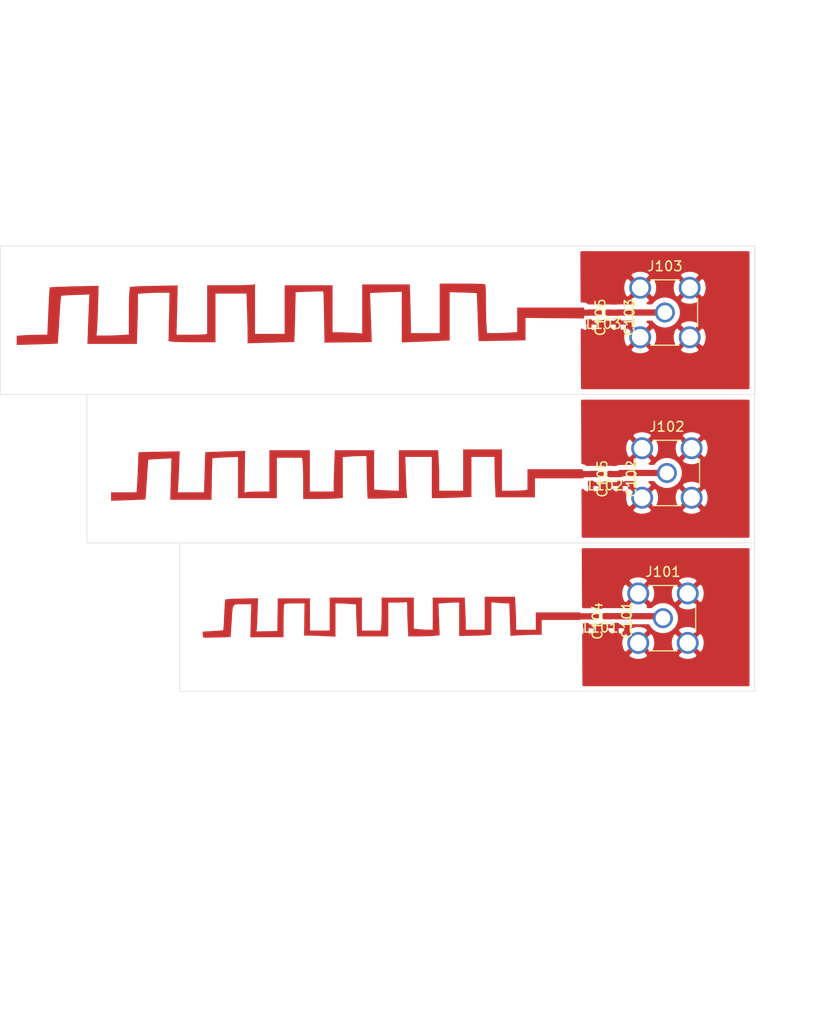
<source format=kicad_pcb>
(kicad_pcb (version 20171130) (host pcbnew 5.1.4-e60b266~84~ubuntu19.04.1)

  (general
    (thickness 1.6)
    (drawings 9)
    (tracks 23)
    (zones 0)
    (modules 15)
    (nets 8)
  )

  (page A4)
  (layers
    (0 F.Cu signal)
    (31 B.Cu signal)
    (32 B.Adhes user)
    (33 F.Adhes user)
    (34 B.Paste user)
    (35 F.Paste user)
    (36 B.SilkS user)
    (37 F.SilkS user)
    (38 B.Mask user)
    (39 F.Mask user)
    (40 Dwgs.User user)
    (41 Cmts.User user)
    (42 Eco1.User user)
    (43 Eco2.User user)
    (44 Edge.Cuts user)
    (45 Margin user)
    (46 B.CrtYd user)
    (47 F.CrtYd user)
    (48 B.Fab user)
    (49 F.Fab user)
  )

  (setup
    (last_trace_width 0.64008)
    (trace_clearance 0.254)
    (zone_clearance 0.508)
    (zone_45_only no)
    (trace_min 0.2)
    (via_size 0.8)
    (via_drill 0.4)
    (via_min_size 0.4)
    (via_min_drill 0.3)
    (uvia_size 0.3)
    (uvia_drill 0.1)
    (uvias_allowed no)
    (uvia_min_size 0.2)
    (uvia_min_drill 0.1)
    (edge_width 0.05)
    (segment_width 0.2)
    (pcb_text_width 0.3)
    (pcb_text_size 1.5 1.5)
    (mod_edge_width 0.12)
    (mod_text_size 1 1)
    (mod_text_width 0.15)
    (pad_size 1.524 1.524)
    (pad_drill 0.762)
    (pad_to_mask_clearance 0.051)
    (solder_mask_min_width 0.25)
    (aux_axis_origin 0 0)
    (visible_elements FFFFFF7F)
    (pcbplotparams
      (layerselection 0x010fc_ffffffff)
      (usegerberextensions false)
      (usegerberattributes false)
      (usegerberadvancedattributes false)
      (creategerberjobfile false)
      (excludeedgelayer true)
      (linewidth 0.100000)
      (plotframeref false)
      (viasonmask false)
      (mode 1)
      (useauxorigin false)
      (hpglpennumber 1)
      (hpglpenspeed 20)
      (hpglpendiameter 15.000000)
      (psnegative false)
      (psa4output false)
      (plotreference true)
      (plotvalue true)
      (plotinvisibletext false)
      (padsonsilk false)
      (subtractmaskfromsilk false)
      (outputformat 1)
      (mirror false)
      (drillshape 1)
      (scaleselection 1)
      (outputdirectory ""))
  )

  (net 0 "")
  (net 1 "Net-(AE101-Pad1)")
  (net 2 "Net-(AE102-Pad1)")
  (net 3 "Net-(AE103-Pad1)")
  (net 4 GND)
  (net 5 "Net-(C101-Pad1)")
  (net 6 "Net-(C102-Pad1)")
  (net 7 "Net-(C103-Pad1)")

  (net_class Default "This is the default net class."
    (clearance 0.254)
    (trace_width 0.64008)
    (via_dia 0.8)
    (via_drill 0.4)
    (uvia_dia 0.3)
    (uvia_drill 0.1)
    (add_net GND)
    (add_net "Net-(AE101-Pad1)")
    (add_net "Net-(AE102-Pad1)")
    (add_net "Net-(AE103-Pad1)")
    (add_net "Net-(C101-Pad1)")
    (add_net "Net-(C102-Pad1)")
    (add_net "Net-(C103-Pad1)")
  )

  (module Capacitor_SMD:C_0402_1005Metric (layer F.Cu) (tedit 5B301BBE) (tstamp 5DB0B454)
    (at 169.9 70.33 180)
    (descr "Capacitor SMD 0402 (1005 Metric), square (rectangular) end terminal, IPC_7351 nominal, (Body size source: http://www.tortai-tech.com/upload/download/2011102023233369053.pdf), generated with kicad-footprint-generator")
    (tags capacitor)
    (path /5DF22780)
    (attr smd)
    (fp_text reference L103 (at 0 -1.17) (layer F.SilkS)
      (effects (font (size 1 1) (thickness 0.15)))
    )
    (fp_text value INDUCTOR (at 0 1.17) (layer F.Fab)
      (effects (font (size 1 1) (thickness 0.15)))
    )
    (fp_text user %R (at 0 0) (layer F.Fab)
      (effects (font (size 0.25 0.25) (thickness 0.04)))
    )
    (fp_line (start 0.93 0.47) (end -0.93 0.47) (layer F.CrtYd) (width 0.05))
    (fp_line (start 0.93 -0.47) (end 0.93 0.47) (layer F.CrtYd) (width 0.05))
    (fp_line (start -0.93 -0.47) (end 0.93 -0.47) (layer F.CrtYd) (width 0.05))
    (fp_line (start -0.93 0.47) (end -0.93 -0.47) (layer F.CrtYd) (width 0.05))
    (fp_line (start 0.5 0.25) (end -0.5 0.25) (layer F.Fab) (width 0.1))
    (fp_line (start 0.5 -0.25) (end 0.5 0.25) (layer F.Fab) (width 0.1))
    (fp_line (start -0.5 -0.25) (end 0.5 -0.25) (layer F.Fab) (width 0.1))
    (fp_line (start -0.5 0.25) (end -0.5 -0.25) (layer F.Fab) (width 0.1))
    (pad 2 smd roundrect (at 0.485 0 180) (size 0.59 0.64) (layers F.Cu F.Paste F.Mask) (roundrect_rratio 0.25)
      (net 3 "Net-(AE103-Pad1)"))
    (pad 1 smd roundrect (at -0.485 0 180) (size 0.59 0.64) (layers F.Cu F.Paste F.Mask) (roundrect_rratio 0.25)
      (net 7 "Net-(C103-Pad1)"))
    (model ${KISYS3DMOD}/Capacitor_SMD.3dshapes/C_0402_1005Metric.wrl
      (at (xyz 0 0 0))
      (scale (xyz 1 1 1))
      (rotate (xyz 0 0 0))
    )
  )

  (module Capacitor_SMD:C_0402_1005Metric (layer F.Cu) (tedit 5B301BBE) (tstamp 5DB0A7FF)
    (at 170.085 86.9 180)
    (descr "Capacitor SMD 0402 (1005 Metric), square (rectangular) end terminal, IPC_7351 nominal, (Body size source: http://www.tortai-tech.com/upload/download/2011102023233369053.pdf), generated with kicad-footprint-generator")
    (tags capacitor)
    (path /5DF20FA3)
    (attr smd)
    (fp_text reference L102 (at 0 -1.17) (layer F.SilkS)
      (effects (font (size 1 1) (thickness 0.15)))
    )
    (fp_text value INDUCTOR (at 0 1.17) (layer F.Fab)
      (effects (font (size 1 1) (thickness 0.15)))
    )
    (fp_text user %R (at 0 0) (layer F.Fab)
      (effects (font (size 0.25 0.25) (thickness 0.04)))
    )
    (fp_line (start 0.93 0.47) (end -0.93 0.47) (layer F.CrtYd) (width 0.05))
    (fp_line (start 0.93 -0.47) (end 0.93 0.47) (layer F.CrtYd) (width 0.05))
    (fp_line (start -0.93 -0.47) (end 0.93 -0.47) (layer F.CrtYd) (width 0.05))
    (fp_line (start -0.93 0.47) (end -0.93 -0.47) (layer F.CrtYd) (width 0.05))
    (fp_line (start 0.5 0.25) (end -0.5 0.25) (layer F.Fab) (width 0.1))
    (fp_line (start 0.5 -0.25) (end 0.5 0.25) (layer F.Fab) (width 0.1))
    (fp_line (start -0.5 -0.25) (end 0.5 -0.25) (layer F.Fab) (width 0.1))
    (fp_line (start -0.5 0.25) (end -0.5 -0.25) (layer F.Fab) (width 0.1))
    (pad 2 smd roundrect (at 0.485 0 180) (size 0.59 0.64) (layers F.Cu F.Paste F.Mask) (roundrect_rratio 0.25)
      (net 2 "Net-(AE102-Pad1)"))
    (pad 1 smd roundrect (at -0.485 0 180) (size 0.59 0.64) (layers F.Cu F.Paste F.Mask) (roundrect_rratio 0.25)
      (net 6 "Net-(C102-Pad1)"))
    (model ${KISYS3DMOD}/Capacitor_SMD.3dshapes/C_0402_1005Metric.wrl
      (at (xyz 0 0 0))
      (scale (xyz 1 1 1))
      (rotate (xyz 0 0 0))
    )
  )

  (module Capacitor_SMD:C_0402_1005Metric (layer F.Cu) (tedit 5B301BBE) (tstamp 5DB0A7F0)
    (at 169.6 101.5 180)
    (descr "Capacitor SMD 0402 (1005 Metric), square (rectangular) end terminal, IPC_7351 nominal, (Body size source: http://www.tortai-tech.com/upload/download/2011102023233369053.pdf), generated with kicad-footprint-generator")
    (tags capacitor)
    (path /5DAD324F)
    (attr smd)
    (fp_text reference L101 (at 0 -1.17) (layer F.SilkS)
      (effects (font (size 1 1) (thickness 0.15)))
    )
    (fp_text value INDUCTOR (at 0 1.17) (layer F.Fab)
      (effects (font (size 1 1) (thickness 0.15)))
    )
    (fp_text user %R (at 0 0) (layer F.Fab)
      (effects (font (size 0.25 0.25) (thickness 0.04)))
    )
    (fp_line (start 0.93 0.47) (end -0.93 0.47) (layer F.CrtYd) (width 0.05))
    (fp_line (start 0.93 -0.47) (end 0.93 0.47) (layer F.CrtYd) (width 0.05))
    (fp_line (start -0.93 -0.47) (end 0.93 -0.47) (layer F.CrtYd) (width 0.05))
    (fp_line (start -0.93 0.47) (end -0.93 -0.47) (layer F.CrtYd) (width 0.05))
    (fp_line (start 0.5 0.25) (end -0.5 0.25) (layer F.Fab) (width 0.1))
    (fp_line (start 0.5 -0.25) (end 0.5 0.25) (layer F.Fab) (width 0.1))
    (fp_line (start -0.5 -0.25) (end 0.5 -0.25) (layer F.Fab) (width 0.1))
    (fp_line (start -0.5 0.25) (end -0.5 -0.25) (layer F.Fab) (width 0.1))
    (pad 2 smd roundrect (at 0.485 0 180) (size 0.59 0.64) (layers F.Cu F.Paste F.Mask) (roundrect_rratio 0.25)
      (net 1 "Net-(AE101-Pad1)"))
    (pad 1 smd roundrect (at -0.485 0 180) (size 0.59 0.64) (layers F.Cu F.Paste F.Mask) (roundrect_rratio 0.25)
      (net 5 "Net-(C101-Pad1)"))
    (model ${KISYS3DMOD}/Capacitor_SMD.3dshapes/C_0402_1005Metric.wrl
      (at (xyz 0 0 0))
      (scale (xyz 1 1 1))
      (rotate (xyz 0 0 0))
    )
  )

  (module Connector_Coaxial:SMA_Amphenol_132134-11_Vertical (layer F.Cu) (tedit 5B2F4C93) (tstamp 5DB0B4C8)
    (at 176.2 70.33)
    (descr https://www.amphenolrf.com/downloads/dl/file/id/3406/product/2975/132134_11_customer_drawing.pdf)
    (tags "SMA THT Female Jack Vertical ExtendedLegs")
    (path /5DF2278C)
    (fp_text reference J103 (at 0 -4.75) (layer F.SilkS)
      (effects (font (size 1 1) (thickness 0.15)))
    )
    (fp_text value Conn_Coaxial (at 0 5) (layer F.Fab)
      (effects (font (size 1 1) (thickness 0.15)))
    )
    (fp_text user %R (at 0 0) (layer F.Fab)
      (effects (font (size 1 1) (thickness 0.15)))
    )
    (fp_line (start -1.45 -3.355) (end 1.45 -3.355) (layer F.SilkS) (width 0.12))
    (fp_line (start -1.45 3.355) (end 1.45 3.355) (layer F.SilkS) (width 0.12))
    (fp_line (start 3.355 -1.45) (end 3.355 1.45) (layer F.SilkS) (width 0.12))
    (fp_line (start -3.355 -1.45) (end -3.355 1.45) (layer F.SilkS) (width 0.12))
    (fp_line (start 3.175 -3.175) (end 3.175 3.175) (layer F.Fab) (width 0.1))
    (fp_line (start -3.175 3.175) (end 3.175 3.175) (layer F.Fab) (width 0.1))
    (fp_line (start -3.175 -3.175) (end -3.175 3.175) (layer F.Fab) (width 0.1))
    (fp_line (start -3.175 -3.175) (end 3.175 -3.175) (layer F.Fab) (width 0.1))
    (fp_line (start -4.17 -4.17) (end 4.17 -4.17) (layer F.CrtYd) (width 0.05))
    (fp_line (start -4.17 -4.17) (end -4.17 4.17) (layer F.CrtYd) (width 0.05))
    (fp_line (start 4.17 4.17) (end 4.17 -4.17) (layer F.CrtYd) (width 0.05))
    (fp_line (start 4.17 4.17) (end -4.17 4.17) (layer F.CrtYd) (width 0.05))
    (fp_circle (center 0 0) (end 3.175 0) (layer F.Fab) (width 0.1))
    (pad 2 thru_hole circle (at -2.54 2.54) (size 2.25 2.25) (drill 1.7) (layers *.Cu *.Mask)
      (net 4 GND))
    (pad 2 thru_hole circle (at -2.54 -2.54) (size 2.25 2.25) (drill 1.7) (layers *.Cu *.Mask)
      (net 4 GND))
    (pad 2 thru_hole circle (at 2.54 -2.54) (size 2.25 2.25) (drill 1.7) (layers *.Cu *.Mask)
      (net 4 GND))
    (pad 2 thru_hole circle (at 2.54 2.54) (size 2.25 2.25) (drill 1.7) (layers *.Cu *.Mask)
      (net 4 GND))
    (pad 1 thru_hole circle (at 0 0) (size 2.05 2.05) (drill 1.5) (layers *.Cu *.Mask)
      (net 7 "Net-(C103-Pad1)"))
    (model ${KISYS3DMOD}/Connector_Coaxial.3dshapes/SMA_Amphenol_132134-11_Vertical.wrl
      (at (xyz 0 0 0))
      (scale (xyz 1 1 1))
      (rotate (xyz 0 0 0))
    )
  )

  (module Connector_Coaxial:SMA_Amphenol_132134-11_Vertical (layer F.Cu) (tedit 5B2F4C93) (tstamp 5DB0A7CA)
    (at 176.4 86.8)
    (descr https://www.amphenolrf.com/downloads/dl/file/id/3406/product/2975/132134_11_customer_drawing.pdf)
    (tags "SMA THT Female Jack Vertical ExtendedLegs")
    (path /5DF20FAF)
    (fp_text reference J102 (at 0 -4.75) (layer F.SilkS)
      (effects (font (size 1 1) (thickness 0.15)))
    )
    (fp_text value Conn_Coaxial (at 0 5) (layer F.Fab)
      (effects (font (size 1 1) (thickness 0.15)))
    )
    (fp_text user %R (at 0 0) (layer F.Fab)
      (effects (font (size 1 1) (thickness 0.15)))
    )
    (fp_line (start -1.45 -3.355) (end 1.45 -3.355) (layer F.SilkS) (width 0.12))
    (fp_line (start -1.45 3.355) (end 1.45 3.355) (layer F.SilkS) (width 0.12))
    (fp_line (start 3.355 -1.45) (end 3.355 1.45) (layer F.SilkS) (width 0.12))
    (fp_line (start -3.355 -1.45) (end -3.355 1.45) (layer F.SilkS) (width 0.12))
    (fp_line (start 3.175 -3.175) (end 3.175 3.175) (layer F.Fab) (width 0.1))
    (fp_line (start -3.175 3.175) (end 3.175 3.175) (layer F.Fab) (width 0.1))
    (fp_line (start -3.175 -3.175) (end -3.175 3.175) (layer F.Fab) (width 0.1))
    (fp_line (start -3.175 -3.175) (end 3.175 -3.175) (layer F.Fab) (width 0.1))
    (fp_line (start -4.17 -4.17) (end 4.17 -4.17) (layer F.CrtYd) (width 0.05))
    (fp_line (start -4.17 -4.17) (end -4.17 4.17) (layer F.CrtYd) (width 0.05))
    (fp_line (start 4.17 4.17) (end 4.17 -4.17) (layer F.CrtYd) (width 0.05))
    (fp_line (start 4.17 4.17) (end -4.17 4.17) (layer F.CrtYd) (width 0.05))
    (fp_circle (center 0 0) (end 3.175 0) (layer F.Fab) (width 0.1))
    (pad 2 thru_hole circle (at -2.54 2.54) (size 2.25 2.25) (drill 1.7) (layers *.Cu *.Mask)
      (net 4 GND))
    (pad 2 thru_hole circle (at -2.54 -2.54) (size 2.25 2.25) (drill 1.7) (layers *.Cu *.Mask)
      (net 4 GND))
    (pad 2 thru_hole circle (at 2.54 -2.54) (size 2.25 2.25) (drill 1.7) (layers *.Cu *.Mask)
      (net 4 GND))
    (pad 2 thru_hole circle (at 2.54 2.54) (size 2.25 2.25) (drill 1.7) (layers *.Cu *.Mask)
      (net 4 GND))
    (pad 1 thru_hole circle (at 0 0) (size 2.05 2.05) (drill 1.5) (layers *.Cu *.Mask)
      (net 6 "Net-(C102-Pad1)"))
    (model ${KISYS3DMOD}/Connector_Coaxial.3dshapes/SMA_Amphenol_132134-11_Vertical.wrl
      (at (xyz 0 0 0))
      (scale (xyz 1 1 1))
      (rotate (xyz 0 0 0))
    )
  )

  (module Connector_Coaxial:SMA_Amphenol_132134-11_Vertical (layer F.Cu) (tedit 5B2F4C93) (tstamp 5DB0A7B3)
    (at 176 101.7)
    (descr https://www.amphenolrf.com/downloads/dl/file/id/3406/product/2975/132134_11_customer_drawing.pdf)
    (tags "SMA THT Female Jack Vertical ExtendedLegs")
    (path /5DAD5293)
    (fp_text reference J101 (at 0 -4.75) (layer F.SilkS)
      (effects (font (size 1 1) (thickness 0.15)))
    )
    (fp_text value Conn_Coaxial (at 0 5) (layer F.Fab)
      (effects (font (size 1 1) (thickness 0.15)))
    )
    (fp_text user %R (at 0 0) (layer F.Fab)
      (effects (font (size 1 1) (thickness 0.15)))
    )
    (fp_line (start -1.45 -3.355) (end 1.45 -3.355) (layer F.SilkS) (width 0.12))
    (fp_line (start -1.45 3.355) (end 1.45 3.355) (layer F.SilkS) (width 0.12))
    (fp_line (start 3.355 -1.45) (end 3.355 1.45) (layer F.SilkS) (width 0.12))
    (fp_line (start -3.355 -1.45) (end -3.355 1.45) (layer F.SilkS) (width 0.12))
    (fp_line (start 3.175 -3.175) (end 3.175 3.175) (layer F.Fab) (width 0.1))
    (fp_line (start -3.175 3.175) (end 3.175 3.175) (layer F.Fab) (width 0.1))
    (fp_line (start -3.175 -3.175) (end -3.175 3.175) (layer F.Fab) (width 0.1))
    (fp_line (start -3.175 -3.175) (end 3.175 -3.175) (layer F.Fab) (width 0.1))
    (fp_line (start -4.17 -4.17) (end 4.17 -4.17) (layer F.CrtYd) (width 0.05))
    (fp_line (start -4.17 -4.17) (end -4.17 4.17) (layer F.CrtYd) (width 0.05))
    (fp_line (start 4.17 4.17) (end 4.17 -4.17) (layer F.CrtYd) (width 0.05))
    (fp_line (start 4.17 4.17) (end -4.17 4.17) (layer F.CrtYd) (width 0.05))
    (fp_circle (center 0 0) (end 3.175 0) (layer F.Fab) (width 0.1))
    (pad 2 thru_hole circle (at -2.54 2.54) (size 2.25 2.25) (drill 1.7) (layers *.Cu *.Mask)
      (net 4 GND))
    (pad 2 thru_hole circle (at -2.54 -2.54) (size 2.25 2.25) (drill 1.7) (layers *.Cu *.Mask)
      (net 4 GND))
    (pad 2 thru_hole circle (at 2.54 -2.54) (size 2.25 2.25) (drill 1.7) (layers *.Cu *.Mask)
      (net 4 GND))
    (pad 2 thru_hole circle (at 2.54 2.54) (size 2.25 2.25) (drill 1.7) (layers *.Cu *.Mask)
      (net 4 GND))
    (pad 1 thru_hole circle (at 0 0) (size 2.05 2.05) (drill 1.5) (layers *.Cu *.Mask)
      (net 5 "Net-(C101-Pad1)"))
    (model ${KISYS3DMOD}/Connector_Coaxial.3dshapes/SMA_Amphenol_132134-11_Vertical.wrl
      (at (xyz 0 0 0))
      (scale (xyz 1 1 1))
      (rotate (xyz 0 0 0))
    )
  )

  (module Capacitor_SMD:C_0402_1005Metric (layer F.Cu) (tedit 5B301BBE) (tstamp 5DB0B481)
    (at 168.4 70.83 270)
    (descr "Capacitor SMD 0402 (1005 Metric), square (rectangular) end terminal, IPC_7351 nominal, (Body size source: http://www.tortai-tech.com/upload/download/2011102023233369053.pdf), generated with kicad-footprint-generator")
    (tags capacitor)
    (path /5DF22786)
    (attr smd)
    (fp_text reference C106 (at 0 -1.17 90) (layer F.SilkS)
      (effects (font (size 1 1) (thickness 0.15)))
    )
    (fp_text value C (at 0 1.17 90) (layer F.Fab)
      (effects (font (size 1 1) (thickness 0.15)))
    )
    (fp_text user %R (at 0 0 90) (layer F.Fab)
      (effects (font (size 0.25 0.25) (thickness 0.04)))
    )
    (fp_line (start 0.93 0.47) (end -0.93 0.47) (layer F.CrtYd) (width 0.05))
    (fp_line (start 0.93 -0.47) (end 0.93 0.47) (layer F.CrtYd) (width 0.05))
    (fp_line (start -0.93 -0.47) (end 0.93 -0.47) (layer F.CrtYd) (width 0.05))
    (fp_line (start -0.93 0.47) (end -0.93 -0.47) (layer F.CrtYd) (width 0.05))
    (fp_line (start 0.5 0.25) (end -0.5 0.25) (layer F.Fab) (width 0.1))
    (fp_line (start 0.5 -0.25) (end 0.5 0.25) (layer F.Fab) (width 0.1))
    (fp_line (start -0.5 -0.25) (end 0.5 -0.25) (layer F.Fab) (width 0.1))
    (fp_line (start -0.5 0.25) (end -0.5 -0.25) (layer F.Fab) (width 0.1))
    (pad 2 smd roundrect (at 0.485 0 270) (size 0.59 0.64) (layers F.Cu F.Paste F.Mask) (roundrect_rratio 0.25)
      (net 4 GND))
    (pad 1 smd roundrect (at -0.485 0 270) (size 0.59 0.64) (layers F.Cu F.Paste F.Mask) (roundrect_rratio 0.25)
      (net 3 "Net-(AE103-Pad1)"))
    (model ${KISYS3DMOD}/Capacitor_SMD.3dshapes/C_0402_1005Metric.wrl
      (at (xyz 0 0 0))
      (scale (xyz 1 1 1))
      (rotate (xyz 0 0 0))
    )
  )

  (module Capacitor_SMD:C_0402_1005Metric (layer F.Cu) (tedit 5B301BBE) (tstamp 5DB0A78D)
    (at 168.6 87.4 270)
    (descr "Capacitor SMD 0402 (1005 Metric), square (rectangular) end terminal, IPC_7351 nominal, (Body size source: http://www.tortai-tech.com/upload/download/2011102023233369053.pdf), generated with kicad-footprint-generator")
    (tags capacitor)
    (path /5DF20FA9)
    (attr smd)
    (fp_text reference C105 (at 0 -1.17 90) (layer F.SilkS)
      (effects (font (size 1 1) (thickness 0.15)))
    )
    (fp_text value C (at 0 1.17 90) (layer F.Fab)
      (effects (font (size 1 1) (thickness 0.15)))
    )
    (fp_text user %R (at 0 0 90) (layer F.Fab)
      (effects (font (size 0.25 0.25) (thickness 0.04)))
    )
    (fp_line (start 0.93 0.47) (end -0.93 0.47) (layer F.CrtYd) (width 0.05))
    (fp_line (start 0.93 -0.47) (end 0.93 0.47) (layer F.CrtYd) (width 0.05))
    (fp_line (start -0.93 -0.47) (end 0.93 -0.47) (layer F.CrtYd) (width 0.05))
    (fp_line (start -0.93 0.47) (end -0.93 -0.47) (layer F.CrtYd) (width 0.05))
    (fp_line (start 0.5 0.25) (end -0.5 0.25) (layer F.Fab) (width 0.1))
    (fp_line (start 0.5 -0.25) (end 0.5 0.25) (layer F.Fab) (width 0.1))
    (fp_line (start -0.5 -0.25) (end 0.5 -0.25) (layer F.Fab) (width 0.1))
    (fp_line (start -0.5 0.25) (end -0.5 -0.25) (layer F.Fab) (width 0.1))
    (pad 2 smd roundrect (at 0.485 0 270) (size 0.59 0.64) (layers F.Cu F.Paste F.Mask) (roundrect_rratio 0.25)
      (net 4 GND))
    (pad 1 smd roundrect (at -0.485 0 270) (size 0.59 0.64) (layers F.Cu F.Paste F.Mask) (roundrect_rratio 0.25)
      (net 2 "Net-(AE102-Pad1)"))
    (model ${KISYS3DMOD}/Capacitor_SMD.3dshapes/C_0402_1005Metric.wrl
      (at (xyz 0 0 0))
      (scale (xyz 1 1 1))
      (rotate (xyz 0 0 0))
    )
  )

  (module Capacitor_SMD:C_0402_1005Metric (layer F.Cu) (tedit 5B301BBE) (tstamp 5DB0A77E)
    (at 168.1 102 270)
    (descr "Capacitor SMD 0402 (1005 Metric), square (rectangular) end terminal, IPC_7351 nominal, (Body size source: http://www.tortai-tech.com/upload/download/2011102023233369053.pdf), generated with kicad-footprint-generator")
    (tags capacitor)
    (path /5DAD3534)
    (attr smd)
    (fp_text reference C104 (at 0 -1.17 90) (layer F.SilkS)
      (effects (font (size 1 1) (thickness 0.15)))
    )
    (fp_text value C (at 0 1.17 90) (layer F.Fab)
      (effects (font (size 1 1) (thickness 0.15)))
    )
    (fp_text user %R (at 0 0 90) (layer F.Fab)
      (effects (font (size 0.25 0.25) (thickness 0.04)))
    )
    (fp_line (start 0.93 0.47) (end -0.93 0.47) (layer F.CrtYd) (width 0.05))
    (fp_line (start 0.93 -0.47) (end 0.93 0.47) (layer F.CrtYd) (width 0.05))
    (fp_line (start -0.93 -0.47) (end 0.93 -0.47) (layer F.CrtYd) (width 0.05))
    (fp_line (start -0.93 0.47) (end -0.93 -0.47) (layer F.CrtYd) (width 0.05))
    (fp_line (start 0.5 0.25) (end -0.5 0.25) (layer F.Fab) (width 0.1))
    (fp_line (start 0.5 -0.25) (end 0.5 0.25) (layer F.Fab) (width 0.1))
    (fp_line (start -0.5 -0.25) (end 0.5 -0.25) (layer F.Fab) (width 0.1))
    (fp_line (start -0.5 0.25) (end -0.5 -0.25) (layer F.Fab) (width 0.1))
    (pad 2 smd roundrect (at 0.485 0 270) (size 0.59 0.64) (layers F.Cu F.Paste F.Mask) (roundrect_rratio 0.25)
      (net 4 GND))
    (pad 1 smd roundrect (at -0.485 0 270) (size 0.59 0.64) (layers F.Cu F.Paste F.Mask) (roundrect_rratio 0.25)
      (net 1 "Net-(AE101-Pad1)"))
    (model ${KISYS3DMOD}/Capacitor_SMD.3dshapes/C_0402_1005Metric.wrl
      (at (xyz 0 0 0))
      (scale (xyz 1 1 1))
      (rotate (xyz 0 0 0))
    )
  )

  (module Capacitor_SMD:C_0402_1005Metric (layer F.Cu) (tedit 5B301BBE) (tstamp 5DB0B427)
    (at 171.4 70.83 270)
    (descr "Capacitor SMD 0402 (1005 Metric), square (rectangular) end terminal, IPC_7351 nominal, (Body size source: http://www.tortai-tech.com/upload/download/2011102023233369053.pdf), generated with kicad-footprint-generator")
    (tags capacitor)
    (path /5DF2277A)
    (attr smd)
    (fp_text reference C103 (at 0 -1.17 90) (layer F.SilkS)
      (effects (font (size 1 1) (thickness 0.15)))
    )
    (fp_text value C (at 0 1.17 90) (layer F.Fab)
      (effects (font (size 1 1) (thickness 0.15)))
    )
    (fp_text user %R (at 0 0 90) (layer F.Fab)
      (effects (font (size 0.25 0.25) (thickness 0.04)))
    )
    (fp_line (start 0.93 0.47) (end -0.93 0.47) (layer F.CrtYd) (width 0.05))
    (fp_line (start 0.93 -0.47) (end 0.93 0.47) (layer F.CrtYd) (width 0.05))
    (fp_line (start -0.93 -0.47) (end 0.93 -0.47) (layer F.CrtYd) (width 0.05))
    (fp_line (start -0.93 0.47) (end -0.93 -0.47) (layer F.CrtYd) (width 0.05))
    (fp_line (start 0.5 0.25) (end -0.5 0.25) (layer F.Fab) (width 0.1))
    (fp_line (start 0.5 -0.25) (end 0.5 0.25) (layer F.Fab) (width 0.1))
    (fp_line (start -0.5 -0.25) (end 0.5 -0.25) (layer F.Fab) (width 0.1))
    (fp_line (start -0.5 0.25) (end -0.5 -0.25) (layer F.Fab) (width 0.1))
    (pad 2 smd roundrect (at 0.485 0 270) (size 0.59 0.64) (layers F.Cu F.Paste F.Mask) (roundrect_rratio 0.25)
      (net 4 GND))
    (pad 1 smd roundrect (at -0.485 0 270) (size 0.59 0.64) (layers F.Cu F.Paste F.Mask) (roundrect_rratio 0.25)
      (net 7 "Net-(C103-Pad1)"))
    (model ${KISYS3DMOD}/Capacitor_SMD.3dshapes/C_0402_1005Metric.wrl
      (at (xyz 0 0 0))
      (scale (xyz 1 1 1))
      (rotate (xyz 0 0 0))
    )
  )

  (module Capacitor_SMD:C_0402_1005Metric (layer F.Cu) (tedit 5B301BBE) (tstamp 5DB0A760)
    (at 171.6 87.4 270)
    (descr "Capacitor SMD 0402 (1005 Metric), square (rectangular) end terminal, IPC_7351 nominal, (Body size source: http://www.tortai-tech.com/upload/download/2011102023233369053.pdf), generated with kicad-footprint-generator")
    (tags capacitor)
    (path /5DF20F9D)
    (attr smd)
    (fp_text reference C102 (at 0 -1.17 90) (layer F.SilkS)
      (effects (font (size 1 1) (thickness 0.15)))
    )
    (fp_text value C (at 0 1.17 90) (layer F.Fab)
      (effects (font (size 1 1) (thickness 0.15)))
    )
    (fp_text user %R (at 0.1 0 90) (layer F.Fab)
      (effects (font (size 0.25 0.25) (thickness 0.04)))
    )
    (fp_line (start 0.93 0.47) (end -0.93 0.47) (layer F.CrtYd) (width 0.05))
    (fp_line (start 0.93 -0.47) (end 0.93 0.47) (layer F.CrtYd) (width 0.05))
    (fp_line (start -0.93 -0.47) (end 0.93 -0.47) (layer F.CrtYd) (width 0.05))
    (fp_line (start -0.93 0.47) (end -0.93 -0.47) (layer F.CrtYd) (width 0.05))
    (fp_line (start 0.5 0.25) (end -0.5 0.25) (layer F.Fab) (width 0.1))
    (fp_line (start 0.5 -0.25) (end 0.5 0.25) (layer F.Fab) (width 0.1))
    (fp_line (start -0.5 -0.25) (end 0.5 -0.25) (layer F.Fab) (width 0.1))
    (fp_line (start -0.5 0.25) (end -0.5 -0.25) (layer F.Fab) (width 0.1))
    (pad 2 smd roundrect (at 0.485 0 270) (size 0.59 0.64) (layers F.Cu F.Paste F.Mask) (roundrect_rratio 0.25)
      (net 4 GND))
    (pad 1 smd roundrect (at -0.485 0 270) (size 0.59 0.64) (layers F.Cu F.Paste F.Mask) (roundrect_rratio 0.25)
      (net 6 "Net-(C102-Pad1)"))
    (model ${KISYS3DMOD}/Capacitor_SMD.3dshapes/C_0402_1005Metric.wrl
      (at (xyz 0 0 0))
      (scale (xyz 1 1 1))
      (rotate (xyz 0 0 0))
    )
  )

  (module Capacitor_SMD:C_0402_1005Metric (layer F.Cu) (tedit 5B301BBE) (tstamp 5DB0A751)
    (at 171.2 101.985 270)
    (descr "Capacitor SMD 0402 (1005 Metric), square (rectangular) end terminal, IPC_7351 nominal, (Body size source: http://www.tortai-tech.com/upload/download/2011102023233369053.pdf), generated with kicad-footprint-generator")
    (tags capacitor)
    (path /5DAD2CEA)
    (attr smd)
    (fp_text reference C101 (at -0.1 -1.1 90) (layer F.SilkS)
      (effects (font (size 1 1) (thickness 0.15)))
    )
    (fp_text value C (at 0 1.17 90) (layer F.Fab)
      (effects (font (size 1 1) (thickness 0.15)))
    )
    (fp_text user %R (at 0 0 90) (layer F.Fab)
      (effects (font (size 0.25 0.25) (thickness 0.04)))
    )
    (fp_line (start 0.93 0.47) (end -0.93 0.47) (layer F.CrtYd) (width 0.05))
    (fp_line (start 0.93 -0.47) (end 0.93 0.47) (layer F.CrtYd) (width 0.05))
    (fp_line (start -0.93 -0.47) (end 0.93 -0.47) (layer F.CrtYd) (width 0.05))
    (fp_line (start -0.93 0.47) (end -0.93 -0.47) (layer F.CrtYd) (width 0.05))
    (fp_line (start 0.5 0.25) (end -0.5 0.25) (layer F.Fab) (width 0.1))
    (fp_line (start 0.5 -0.25) (end 0.5 0.25) (layer F.Fab) (width 0.1))
    (fp_line (start -0.5 -0.25) (end 0.5 -0.25) (layer F.Fab) (width 0.1))
    (fp_line (start -0.5 0.25) (end -0.5 -0.25) (layer F.Fab) (width 0.1))
    (pad 2 smd roundrect (at 0.485 0 270) (size 0.59 0.64) (layers F.Cu F.Paste F.Mask) (roundrect_rratio 0.25)
      (net 4 GND))
    (pad 1 smd roundrect (at -0.485 0 270) (size 0.59 0.64) (layers F.Cu F.Paste F.Mask) (roundrect_rratio 0.25)
      (net 5 "Net-(C101-Pad1)"))
    (model ${KISYS3DMOD}/Capacitor_SMD.3dshapes/C_0402_1005Metric.wrl
      (at (xyz 0 0 0))
      (scale (xyz 1 1 1))
      (rotate (xyz 0 0 0))
    )
  )

  (module MeanderAntenna:1p2x (layer F.Cu) (tedit 5DAE375A) (tstamp 5DB0B4A8)
    (at 139.021334 69.906667)
    (path /5DF227A7)
    (fp_text reference AE103 (at 0 0) (layer F.SilkS) hide
      (effects (font (size 1.524 1.524) (thickness 0.3)))
    )
    (fp_text value Antenna (at 0.75 0) (layer F.SilkS) hide
      (effects (font (size 1.524 1.524) (thickness 0.3)))
    )
    (fp_poly (pts (xy 16.895641 -2.538115) (xy 17.448165 -2.532803) (xy 17.925132 -2.524583) (xy 18.302694 -2.51397)
      (xy 18.557003 -2.501483) (xy 18.662075 -2.488608) (xy 18.709634 -2.450611) (xy 18.744642 -2.363472)
      (xy 18.768932 -2.204796) (xy 18.784335 -1.952188) (xy 18.792681 -1.583254) (xy 18.795802 -1.075597)
      (xy 18.796 -0.850779) (xy 18.799186 -0.26877) (xy 18.808 0.330086) (xy 18.821326 0.895485)
      (xy 18.838049 1.377126) (xy 18.851199 1.637829) (xy 18.906399 2.54) (xy 19.684859 2.54)
      (xy 20.163923 2.532959) (xy 20.702591 2.514398) (xy 21.192348 2.48816) (xy 21.238326 2.484988)
      (xy 22.013333 2.429977) (xy 22.013333 -0.084667) (xy 28.871333 -0.084667) (xy 28.871333 1.032285)
      (xy 22.859949 0.973667) (xy 22.859974 2.12686) (xy 22.86 3.280053) (xy 20.468166 3.320753)
      (xy 19.850197 3.330707) (xy 19.289968 3.338655) (xy 18.809059 3.344378) (xy 18.429049 3.347655)
      (xy 18.171518 3.348268) (xy 18.058047 3.345996) (xy 18.054636 3.345307) (xy 18.046544 3.259951)
      (xy 18.034336 3.026655) (xy 18.018865 2.66674) (xy 18.000982 2.201526) (xy 17.981538 1.652335)
      (xy 17.961385 1.040486) (xy 17.956844 0.896511) (xy 17.936388 0.272905) (xy 17.915993 -0.293377)
      (xy 17.896576 -0.7809) (xy 17.879055 -1.168226) (xy 17.86435 -1.433919) (xy 17.853377 -1.556542)
      (xy 17.851541 -1.562203) (xy 17.761403 -1.573181) (xy 17.530888 -1.58683) (xy 17.188904 -1.601832)
      (xy 16.76436 -1.616866) (xy 16.4465 -1.626344) (xy 15.070666 -1.664422) (xy 15.070666 3.285295)
      (xy 14.118166 3.334302) (xy 13.696446 3.354417) (xy 13.160633 3.377623) (xy 12.565886 3.401657)
      (xy 11.96736 3.424254) (xy 11.662833 3.435034) (xy 10.16 3.486761) (xy 10.16 -1.707844)
      (xy 8.530166 -1.647602) (xy 8.025664 -1.628441) (xy 7.584346 -1.610701) (xy 7.232086 -1.595501)
      (xy 6.994759 -1.583964) (xy 6.898238 -1.57721) (xy 6.897328 -1.576846) (xy 6.899548 -1.492983)
      (xy 6.907285 -1.260867) (xy 6.919799 -0.901465) (xy 6.936349 -0.435743) (xy 6.956195 0.115335)
      (xy 6.978594 0.730802) (xy 6.985939 0.931333) (xy 7.008887 1.562835) (xy 7.029328 2.13675)
      (xy 7.046545 2.632049) (xy 7.059824 3.027704) (xy 7.068448 3.302684) (xy 7.071702 3.435962)
      (xy 7.071511 3.445211) (xy 6.988787 3.450244) (xy 6.75801 3.456484) (xy 6.400453 3.463557)
      (xy 5.937386 3.471094) (xy 5.390084 3.478722) (xy 4.779819 3.486072) (xy 4.645722 3.487544)
      (xy 2.225976 3.513667) (xy 2.180002 0.904736) (xy 2.167625 0.257727) (xy 2.154455 -0.332873)
      (xy 2.141104 -0.846315) (xy 2.128182 -1.261849) (xy 2.1163 -1.558726) (xy 2.10607 -1.716197)
      (xy 2.102238 -1.735984) (xy 2.011306 -1.74371) (xy 1.779826 -1.744911) (xy 1.436442 -1.739945)
      (xy 1.009798 -1.729172) (xy 0.666241 -1.717988) (xy -0.737965 -1.668203) (xy -0.799494 0.880398)
      (xy -0.815335 1.518479) (xy -0.830583 2.098962) (xy -0.844627 2.601055) (xy -0.856854 3.003968)
      (xy -0.866649 3.286908) (xy -0.8734 3.429086) (xy -0.875011 3.441859) (xy -0.959811 3.447281)
      (xy -1.192409 3.456227) (xy -1.551321 3.468028) (xy -2.015065 3.482016) (xy -2.562157 3.497522)
      (xy -3.171113 3.513877) (xy -3.280834 3.516735) (xy -5.672667 3.578751) (xy -5.672667 2.691991)
      (xy -5.675709 2.312905) (xy -5.684146 1.81189) (xy -5.696944 1.236228) (xy -5.713071 0.633202)
      (xy -5.728417 0.140615) (xy -5.784166 -1.524) (xy -8.974667 -1.524) (xy -8.974667 3.471333)
      (xy -10.99485 3.471333) (xy -11.587541 3.469112) (xy -12.145389 3.462882) (xy -12.638856 3.453298)
      (xy -13.038403 3.441012) (xy -13.314494 3.426676) (xy -13.403369 3.418106) (xy -13.791704 3.364879)
      (xy -13.689098 -1.608667) (xy -14.612716 -1.608159) (xy -15.089183 -1.60239) (xy -15.594919 -1.587351)
      (xy -16.050506 -1.565729) (xy -16.234834 -1.553277) (xy -16.933334 -1.498902) (xy -16.933334 -0.720769)
      (xy -16.936102 -0.390361) (xy -16.94381 0.068162) (xy -16.955567 0.613681) (xy -16.970478 1.205079)
      (xy -16.987652 1.801236) (xy -16.989131 1.849015) (xy -17.044929 3.640667) (xy -22.114985 3.640667)
      (xy -22.063124 2.0955) (xy -22.042536 1.509232) (xy -22.019425 0.895537) (xy -21.995951 0.309061)
      (xy -21.974274 -0.195552) (xy -21.963043 -0.436014) (xy -21.914824 -1.422362) (xy -23.339912 -1.378288)
      (xy -23.81434 -1.360689) (xy -24.227974 -1.339793) (xy -24.55187 -1.317509) (xy -24.757086 -1.295746)
      (xy -24.81568 -1.280941) (xy -24.83347 -1.185822) (xy -24.858663 -0.943461) (xy -24.889564 -0.575707)
      (xy -24.92448 -0.104407) (xy -24.961715 0.448592) (xy -24.999575 1.061442) (xy -25.006449 1.178547)
      (xy -25.043225 1.798056) (xy -25.077943 2.360012) (xy -25.109166 2.842939) (xy -25.135459 3.225363)
      (xy -25.155386 3.485807) (xy -25.167511 3.602797) (xy -25.16883 3.607051) (xy -25.255987 3.615533)
      (xy -25.489312 3.62763) (xy -25.845702 3.642437) (xy -26.30205 3.659045) (xy -26.835254 3.67655)
      (xy -27.285227 3.690113) (xy -29.379334 3.750885) (xy -29.379334 2.818847) (xy -28.73156 2.76409)
      (xy -28.355422 2.740155) (xy -27.885737 2.721528) (xy -27.398269 2.710858) (xy -27.165226 2.709333)
      (xy -26.792427 2.70751) (xy -26.490366 2.702571) (xy -26.293978 2.695312) (xy -26.236286 2.688167)
      (xy -26.230354 2.601495) (xy -26.21875 2.367207) (xy -26.202423 2.006888) (xy -26.182323 1.542125)
      (xy -26.159399 0.994505) (xy -26.134601 0.385614) (xy -26.130453 0.282179) (xy -26.104057 -0.336453)
      (xy -26.076928 -0.898921) (xy -26.050375 -1.383286) (xy -26.025706 -1.767615) (xy -26.004232 -2.029969)
      (xy -25.987261 -2.148414) (xy -25.98513 -2.152469) (xy -25.89095 -2.16695) (xy -25.648962 -2.183597)
      (xy -25.280662 -2.201515) (xy -24.807547 -2.219805) (xy -24.251115 -2.237572) (xy -23.632863 -2.253919)
      (xy -23.453728 -2.258071) (xy -20.972196 -2.313846) (xy -21.02927 -0.331423) (xy -21.048098 0.270286)
      (xy -21.06902 0.85063) (xy -21.090626 1.376293) (xy -21.111503 1.813961) (xy -21.130241 2.130319)
      (xy -21.137445 2.2225) (xy -21.188547 2.794) (xy -20.352107 2.793562) (xy -19.858818 2.786838)
      (xy -19.303545 2.769409) (xy -18.790146 2.744719) (xy -18.690167 2.738459) (xy -17.864667 2.683794)
      (xy -17.863931 0.68573) (xy -17.86147 0.092026) (xy -17.854978 -0.470696) (xy -17.845133 -0.97172)
      (xy -17.83261 -1.380333) (xy -17.818085 -1.665818) (xy -17.810217 -1.753352) (xy -17.757238 -2.194371)
      (xy -17.408786 -2.236687) (xy -17.227694 -2.249989) (xy -16.905306 -2.264732) (xy -16.469643 -2.280003)
      (xy -15.948726 -2.294889) (xy -15.370578 -2.308479) (xy -14.954967 -2.316586) (xy -12.8496 -2.354169)
      (xy -12.97414 2.709333) (xy -11.588237 2.708177) (xy -11.107155 2.704748) (xy -10.674263 2.696024)
      (xy -10.322947 2.683109) (xy -10.086589 2.667109) (xy -10.011834 2.655969) (xy -9.821334 2.604917)
      (xy -9.821334 -2.370667) (xy -7.6835 -2.371599) (xy -7.080104 -2.373908) (xy -6.516859 -2.379907)
      (xy -6.021012 -2.389002) (xy -5.619808 -2.400601) (xy -5.340492 -2.414111) (xy -5.228167 -2.42501)
      (xy -4.910667 -2.477489) (xy -4.910667 2.624667) (xy -1.862667 2.624667) (xy -1.862667 -2.370667)
      (xy 3.048 -2.370667) (xy 3.048 2.455333) (xy 3.6195 2.455718) (xy 3.952476 2.461097)
      (xy 4.387617 2.47527) (xy 4.858122 2.495814) (xy 5.1435 2.510988) (xy 6.096 2.565872)
      (xy 6.096 -2.455333) (xy 10.979738 -2.455333) (xy 11.035535 -0.663682) (xy 11.052774 -0.075449)
      (xy 11.06785 0.505276) (xy 11.079883 1.039116) (xy 11.087993 1.486691) (xy 11.0913 1.808622)
      (xy 11.091333 1.833985) (xy 11.091333 2.54) (xy 14.054666 2.54) (xy 14.054666 -2.54)
      (xy 16.291408 -2.54) (xy 16.895641 -2.538115)) (layer F.Cu) (width 0.01))
    (pad 1 smd rect (at 28.4 0.4) (size 0.5 0.5) (layers F.Cu F.Paste F.Mask)
      (net 3 "Net-(AE103-Pad1)"))
  )

  (module MeanderAntenna:1 (layer F.Cu) (tedit 5DAE3731) (tstamp 5DB0A73C)
    (at 143.8 86.5)
    (path /5DF20FCA)
    (fp_text reference AE102 (at 0 0) (layer F.SilkS) hide
      (effects (font (size 1.524 1.524) (thickness 0.3)))
    )
    (fp_text value Antenna (at 0.75 0) (layer F.SilkS) hide
      (effects (font (size 1.524 1.524) (thickness 0.3)))
    )
    (fp_poly (pts (xy 15.663333 2.116666) (xy 16.711083 2.116666) (xy 17.141805 2.112432) (xy 17.533957 2.100912)
      (xy 17.843531 2.083881) (xy 18.023416 2.06375) (xy 18.288 2.010833) (xy 18.288 -0.084667)
      (xy 23.940917 -0.084667) (xy 23.991969 0.105833) (xy 24.029414 0.330723) (xy 24.044177 0.5715)
      (xy 24.045333 0.846666) (xy 19.05 0.846666) (xy 19.05 2.794) (xy 15.012438 2.794)
      (xy 14.956885 1.510538) (xy 14.936292 0.978118) (xy 14.919153 0.42707) (xy 14.907036 -0.08403)
      (xy 14.901509 -0.49661) (xy 14.901333 -0.563795) (xy 14.901333 -1.354667) (xy 12.530666 -1.354667)
      (xy 12.530666 2.767346) (xy 11.070166 2.822747) (xy 10.539359 2.8416) (xy 10.020688 2.857733)
      (xy 9.557621 2.869955) (xy 9.193623 2.877076) (xy 9.038166 2.878407) (xy 8.466666 2.878666)
      (xy 8.466666 -1.354667) (xy 5.743643 -1.354667) (xy 5.796045 0.402166) (xy 5.814052 0.954637)
      (xy 5.83371 1.470814) (xy 5.853587 1.918854) (xy 5.872248 2.266916) (xy 5.888262 2.483156)
      (xy 5.890703 2.50522) (xy 5.932959 2.851441) (xy 3.92489 2.906242) (xy 3.359613 2.920158)
      (xy 2.852841 2.929745) (xy 2.428397 2.934791) (xy 2.110105 2.935081) (xy 1.92179 2.930401)
      (xy 1.880387 2.924609) (xy 1.868806 2.833523) (xy 1.855138 2.596052) (xy 1.840237 2.23512)
      (xy 1.824958 1.773651) (xy 1.810154 1.234567) (xy 1.798413 0.724421) (xy 1.752873 -1.439334)
      (xy 1.185544 -1.439334) (xy 0.795247 -1.431288) (xy 0.342029 -1.41032) (xy -0.02956 -1.384577)
      (xy -0.677334 -1.32982) (xy -0.677334 2.85418) (xy -1.248834 2.908154) (xy -1.53074 2.92655)
      (xy -1.938453 2.942329) (xy -2.42845 2.954325) (xy -2.957213 2.961367) (xy -3.280834 2.962731)
      (xy -4.741334 2.963333) (xy -4.741334 1.367086) (xy -4.744278 0.822009) (xy -4.752448 0.296731)
      (xy -4.764846 -0.169998) (xy -4.780479 -0.53943) (xy -4.795728 -0.749581) (xy -4.850123 -1.27)
      (xy -7.450667 -1.27) (xy -7.450667 2.878666) (xy -11.43 2.878666) (xy -11.43 -1.353502)
      (xy -12.721167 -1.299979) (xy -13.170999 -1.279148) (xy -13.558181 -1.257078) (xy -13.852457 -1.235819)
      (xy -14.023571 -1.217423) (xy -14.053871 -1.209635) (xy -14.066471 -1.118352) (xy -14.08007 -0.880978)
      (xy -14.093877 -0.520747) (xy -14.107104 -0.060892) (xy -14.118961 0.475354) (xy -14.126838 0.937593)
      (xy -14.158267 3.048) (xy -18.394187 3.048) (xy -18.331695 0.920618) (xy -18.269204 -1.206764)
      (xy -19.442769 -1.144827) (xy -19.869003 -1.120797) (xy -20.229909 -1.097537) (xy -20.494198 -1.077286)
      (xy -20.630581 -1.062284) (xy -20.642079 -1.058978) (xy -20.654414 -0.971431) (xy -20.675257 -0.738376)
      (xy -20.702838 -0.38333) (xy -20.735383 0.070194) (xy -20.771122 0.598681) (xy -20.796036 0.984035)
      (xy -20.832486 1.548875) (xy -20.866187 2.053829) (xy -20.89549 2.475557) (xy -20.918745 2.790719)
      (xy -20.934303 2.975976) (xy -20.939624 3.015824) (xy -21.024848 3.022434) (xy -21.254157 3.033645)
      (xy -21.602396 3.048407) (xy -22.044411 3.065668) (xy -22.555048 3.084376) (xy -22.711834 3.089903)
      (xy -24.468667 3.151294) (xy -24.468667 2.286) (xy -21.857478 2.286) (xy -21.810738 1.756833)
      (xy -21.792235 1.49463) (xy -21.7706 1.103745) (xy -21.7478 0.624752) (xy -21.7258 0.098224)
      (xy -21.711254 -0.296334) (xy -21.693707 -0.784015) (xy -21.677164 -1.208307) (xy -21.66278 -1.542254)
      (xy -21.651713 -1.758899) (xy -21.645422 -1.831468) (xy -21.560857 -1.835964) (xy -21.329913 -1.842751)
      (xy -20.975519 -1.851304) (xy -20.520608 -1.861096) (xy -19.98811 -1.871601) (xy -19.529739 -1.880021)
      (xy -17.427144 -1.91744) (xy -17.478708 -0.429554) (xy -17.498938 0.109566) (xy -17.521595 0.640062)
      (xy -17.544602 1.117842) (xy -17.565884 1.498815) (xy -17.577693 1.672166) (xy -17.625115 2.286)
      (xy -14.925508 2.286) (xy -14.863741 0.232833) (xy -14.846057 -0.337443) (xy -14.829213 -0.847977)
      (xy -14.81406 -1.27556) (xy -14.801445 -1.59698) (xy -14.792218 -1.789026) (xy -14.788154 -1.834154)
      (xy -14.703403 -1.840443) (xy -14.472721 -1.850725) (xy -14.119444 -1.864143) (xy -13.666904 -1.879842)
      (xy -13.138436 -1.896968) (xy -12.742334 -1.90915) (xy -10.710334 -1.970326) (xy -10.739223 0.169965)
      (xy -10.768111 2.310255) (xy -10.495806 2.255794) (xy -10.303043 2.234054) (xy -9.986837 2.216439)
      (xy -9.593064 2.204903) (xy -9.218084 2.201333) (xy -8.212667 2.201333) (xy -8.212667 -2.032)
      (xy -4.064 -2.032) (xy -4.064 2.201333) (xy -1.608667 2.201333) (xy -1.608408 1.545166)
      (xy -1.604957 1.231917) (xy -1.595599 0.795737) (xy -1.581553 0.282878) (xy -1.564032 -0.26041)
      (xy -1.552748 -0.5715) (xy -1.497347 -2.032) (xy 2.54 -2.032) (xy 2.54 2.006127)
      (xy 3.4925 2.061012) (xy 3.912932 2.08364) (xy 4.303217 2.10181) (xy 4.612926 2.113328)
      (xy 4.7625 2.116281) (xy 5.08 2.116666) (xy 5.08 -2.032) (xy 9.117868 -2.032)
      (xy 9.172924 -0.9525) (xy 9.1959 -0.411535) (xy 9.214246 0.192287) (xy 9.22567 0.773208)
      (xy 9.228323 1.121833) (xy 9.228666 2.116666) (xy 11.684 2.116666) (xy 11.684 -2.116667)
      (xy 15.663333 -2.116667) (xy 15.663333 2.116666)) (layer F.Cu) (width 0.01))
    (pad 1 smd rect (at 23.6 0.35) (size 0.5 0.5) (layers F.Cu F.Paste F.Mask)
      (net 2 "Net-(AE102-Pad1)"))
  )

  (module MeanderAntenna:0p8x (layer F.Cu) (tedit 5DAE3748) (tstamp 5DB0A736)
    (at 148.3 101.2)
    (path /5DAD7A90)
    (fp_text reference AE101 (at 0 0) (layer F.SilkS) hide
      (effects (font (size 1.524 1.524) (thickness 0.3)))
    )
    (fp_text value Antenna (at 0.75 0) (layer F.SilkS) hide
      (effects (font (size 1.524 1.524) (thickness 0.3)))
    )
    (fp_poly (pts (xy 12.559988 -0.66404) (xy 12.582774 -0.181033) (xy 12.601004 0.318151) (xy 12.61248 0.766255)
      (xy 12.615333 1.029293) (xy 12.615333 1.693334) (xy 14.647333 1.693334) (xy 14.647333 -0.084666)
      (xy 19.219333 -0.084666) (xy 19.219333 0.677334) (xy 15.24 0.677334) (xy 15.24 2.201334)
      (xy 14.583833 2.201719) (xy 14.208309 2.207225) (xy 13.737709 2.221701) (xy 13.245903 2.242621)
      (xy 12.98488 2.256432) (xy 12.042095 2.310761) (xy 11.979726 0.64738) (xy 11.917357 -1.016)
      (xy 11.644119 -1.016) (xy 11.423962 -1.023198) (xy 11.102302 -1.042133) (xy 10.746237 -1.068816)
      (xy 10.723107 -1.070757) (xy 10.075333 -1.125514) (xy 10.075333 2.190958) (xy 9.7155 2.236739)
      (xy 9.502547 2.254572) (xy 9.161119 2.272553) (xy 8.732063 2.288968) (xy 8.256228 2.302102)
      (xy 8.0645 2.306007) (xy 6.773333 2.329495) (xy 6.773333 -1.100666) (xy 6.235419 -1.100666)
      (xy 5.832452 -1.090707) (xy 5.394289 -1.065257) (xy 5.170921 -1.045628) (xy 4.644337 -0.990589)
      (xy 4.70433 0.634389) (xy 4.764324 2.259367) (xy 4.181328 2.314415) (xy 3.852415 2.337002)
      (xy 3.416826 2.355218) (xy 2.937203 2.366894) (xy 2.574232 2.370065) (xy 1.550131 2.370667)
      (xy 1.495075 1.291167) (xy 1.47284 0.795302) (xy 1.454841 0.280095) (xy 1.443138 -0.188082)
      (xy 1.439676 -0.495892) (xy 1.43552 -0.842509) (xy 1.419479 -1.049113) (xy 1.385574 -1.144923)
      (xy 1.327828 -1.159156) (xy 1.305408 -1.152058) (xy 1.166605 -1.130045) (xy 0.902533 -1.112744)
      (xy 0.55724 -1.10248) (xy 0.331741 -1.100666) (xy -0.508 -1.100666) (xy -0.508 2.370667)
      (xy -3.699082 2.370667) (xy -3.754541 1.21428) (xy -3.775621 0.738349) (xy -3.793017 0.276317)
      (xy -3.80503 -0.12164) (xy -3.809962 -0.405347) (xy -3.81 -0.424171) (xy -3.81 -0.906235)
      (xy -4.5085 -0.96061) (xy -4.8908 -0.986929) (xy -5.257555 -1.006391) (xy -5.53742 -1.015297)
      (xy -5.566834 -1.015492) (xy -5.926667 -1.016) (xy -5.926667 2.397007) (xy -7.133167 2.341813)
      (xy -7.607642 2.321405) (xy -8.057954 2.304357) (xy -8.439106 2.292218) (xy -8.706099 2.286539)
      (xy -8.745302 2.28631) (xy -9.150938 2.286) (xy -9.126302 0.63491) (xy -9.101667 -1.016181)
      (xy -10.129775 -1.01609) (xy -10.574005 -1.012753) (xy -10.876631 -1.000543) (xy -11.065298 -0.976031)
      (xy -11.167648 -0.935785) (xy -11.209275 -0.882075) (xy -11.225454 -0.758114) (xy -11.239543 -0.493869)
      (xy -11.250681 -0.118384) (xy -11.258009 0.339295) (xy -11.260667 0.850125) (xy -11.260667 2.455334)
      (xy -14.674048 2.455334) (xy -14.621627 0.762) (xy -14.569206 -0.931333) (xy -15.349103 -0.930177)
      (xy -15.730226 -0.932871) (xy -16.015143 -0.928031) (xy -16.219192 -0.894342) (xy -16.35771 -0.810489)
      (xy -16.446035 -0.655158) (xy -16.499504 -0.407034) (xy -16.533455 -0.044803) (xy -16.563224 0.452851)
      (xy -16.582902 0.784454) (xy -16.615093 1.287789) (xy -16.645022 1.728829) (xy -16.670772 2.081411)
      (xy -16.690426 2.319372) (xy -16.702066 2.416548) (xy -16.702592 2.417455) (xy -16.799941 2.432192)
      (xy -17.030586 2.447061) (xy -17.359744 2.461278) (xy -17.752632 2.474053) (xy -18.174468 2.484601)
      (xy -18.590469 2.492135) (xy -18.965852 2.495867) (xy -19.265836 2.49501) (xy -19.455637 2.488779)
      (xy -19.50427 2.480842) (xy -19.541776 2.366148) (xy -19.557984 2.16357) (xy -19.558 2.156883)
      (xy -19.558 1.886655) (xy -18.521596 1.826034) (xy -18.121247 1.800043) (xy -17.786754 1.77346)
      (xy -17.551946 1.74932) (xy -17.450653 1.730656) (xy -17.449666 1.729888) (xy -17.435038 1.637959)
      (xy -17.416088 1.404277) (xy -17.394531 1.056315) (xy -17.372082 0.621546) (xy -17.351957 0.164624)
      (xy -17.329119 -0.327872) (xy -17.303695 -0.760703) (xy -17.277764 -1.105916) (xy -17.253402 -1.335559)
      (xy -17.234158 -1.420731) (xy -17.136007 -1.439579) (xy -16.895395 -1.459244) (xy -16.539179 -1.478316)
      (xy -16.094218 -1.495384) (xy -15.587369 -1.509036) (xy -15.530528 -1.510237) (xy -13.882513 -1.544128)
      (xy -13.930308 -0.073564) (xy -13.948168 0.425576) (xy -13.967489 0.880509) (xy -13.986621 1.257943)
      (xy -14.003916 1.524584) (xy -14.014772 1.632351) (xy -14.051441 1.867702) (xy -11.895667 1.820334)
      (xy -11.872711 0.148167) (xy -11.849754 -1.524) (xy -8.551334 -1.524) (xy -8.551334 1.778)
      (xy -6.519334 1.778) (xy -6.519334 -1.608666) (xy -3.217334 -1.608666) (xy -3.217334 1.778)
      (xy -1.292156 1.778) (xy -1.239677 1.4605) (xy -1.221589 1.267247) (xy -1.206075 0.942117)
      (xy -1.194316 0.522559) (xy -1.187492 0.046024) (xy -1.186266 -0.232833) (xy -1.185334 -1.608666)
      (xy 2.116666 -1.608666) (xy 2.116666 1.58418) (xy 2.688166 1.638155) (xy 3.059398 1.6673)
      (xy 3.431635 1.687141) (xy 3.661833 1.692732) (xy 4.064 1.693334) (xy 4.064 -1.608666)
      (xy 7.339748 -1.608666) (xy 7.395207 -0.45228) (xy 7.416313 0.025235) (xy 7.433723 0.490388)
      (xy 7.445731 0.892419) (xy 7.450632 1.180566) (xy 7.450666 1.19872) (xy 7.450666 1.693334)
      (xy 9.398 1.693334) (xy 9.398 -1.693333) (xy 12.504644 -1.693333) (xy 12.559988 -0.66404)) (layer F.Cu) (width 0.01))
    (pad 1 smd rect (at 18.85 0.3) (size 0.5 0.5) (layers F.Cu F.Paste F.Mask)
      (net 1 "Net-(AE101-Pad1)"))
  )

  (gr_line (start 126.365 109.22) (end 126.365 93.98) (layer Edge.Cuts) (width 0.05))
  (gr_line (start 116.84 93.98) (end 116.84 78.74) (layer Edge.Cuts) (width 0.05))
  (gr_line (start 185.42 93.98) (end 116.84 93.98) (layer Edge.Cuts) (width 0.05))
  (gr_line (start 185.42 78.74) (end 107.95 78.74) (layer Edge.Cuts) (width 0.05))
  (gr_line (start 185.42 63.5) (end 185.42 78.74) (layer Edge.Cuts) (width 0.05))
  (gr_line (start 107.95 63.5) (end 185.42 63.5) (layer Edge.Cuts) (width 0.05) (tstamp 5DB0B3C2))
  (gr_line (start 107.95 78.74) (end 107.95 63.5) (layer Edge.Cuts) (width 0.05))
  (gr_line (start 185.42 109.22) (end 126.365 109.22) (layer Edge.Cuts) (width 0.05))
  (gr_line (start 185.42 63.5) (end 185.42 109.22) (layer Edge.Cuts) (width 0.05))

  (segment (start 167.165 101.515) (end 167.15 101.5) (width 0.64008) (layer F.Cu) (net 1))
  (segment (start 168.1 101.515) (end 167.165 101.515) (width 0.64008) (layer F.Cu) (net 1))
  (segment (start 169.1 101.515) (end 169.115 101.5) (width 0.64008) (layer F.Cu) (net 1))
  (segment (start 168.1 101.515) (end 169.1 101.515) (width 0.64008) (layer F.Cu) (net 1))
  (segment (start 168.615 86.9) (end 168.6 86.915) (width 0.64008) (layer F.Cu) (net 2))
  (segment (start 169.6 86.9) (end 168.615 86.9) (width 0.64008) (layer F.Cu) (net 2))
  (segment (start 167.465 86.915) (end 167.4 86.85) (width 0.64008) (layer F.Cu) (net 2))
  (segment (start 168.6 86.915) (end 167.465 86.915) (width 0.64008) (layer F.Cu) (net 2))
  (segment (start 168.415 70.33) (end 168.4 70.345) (width 0.64008) (layer F.Cu) (net 3) (tstamp 5DB0B411))
  (segment (start 169.415 70.33) (end 168.415 70.33) (width 0.64008) (layer F.Cu) (net 3) (tstamp 5DB0B417))
  (segment (start 167.459667 70.345) (end 167.421334 70.306667) (width 0.64008) (layer F.Cu) (net 3) (tstamp 5DB0B471))
  (segment (start 168.4 70.345) (end 167.459667 70.345) (width 0.64008) (layer F.Cu) (net 3) (tstamp 5DB0B4A1))
  (segment (start 170.085 101.5) (end 171.2 101.5) (width 0.64008) (layer F.Cu) (net 5))
  (segment (start 175.8 101.5) (end 176 101.7) (width 0.64008) (layer F.Cu) (net 5))
  (segment (start 171.2 101.5) (end 175.8 101.5) (width 0.64008) (layer F.Cu) (net 5))
  (segment (start 171.615 86.8) (end 171.6 86.815) (width 0.64008) (layer F.Cu) (net 6))
  (segment (start 176.4 86.8) (end 171.615 86.8) (width 0.64008) (layer F.Cu) (net 6))
  (segment (start 170.585 86.915) (end 170.57 86.9) (width 0.64008) (layer F.Cu) (net 6))
  (segment (start 171.6 86.915) (end 170.585 86.915) (width 0.64008) (layer F.Cu) (net 6))
  (segment (start 171.415 70.33) (end 171.4 70.345) (width 0.64008) (layer F.Cu) (net 7) (tstamp 5DB0B444))
  (segment (start 176.2 70.33) (end 171.415 70.33) (width 0.64008) (layer F.Cu) (net 7) (tstamp 5DB0B49E))
  (segment (start 170.4 70.345) (end 170.385 70.33) (width 0.64008) (layer F.Cu) (net 7) (tstamp 5DB0B414))
  (segment (start 171.4 70.345) (end 170.4 70.345) (width 0.64008) (layer F.Cu) (net 7) (tstamp 5DB0B4F5))

  (zone (net 4) (net_name GND) (layer F.Cu) (tstamp 0) (hatch edge 0.508)
    (connect_pads (clearance 0.508))
    (min_thickness 0.254)
    (fill yes (arc_segments 32) (thermal_gap 0.508) (thermal_bridge_width 0.508))
    (polygon
      (pts
        (xy 167.89 143.355) (xy 192.55 143.3) (xy 191.05 43.5) (xy 167.39 38.255)
      )
    )
    (filled_polygon
      (pts
        (xy 184.760001 108.56) (xy 167.851469 108.56) (xy 167.836744 105.464531) (xy 172.415074 105.464531) (xy 172.525921 105.741714)
        (xy 172.83684 105.895089) (xy 173.171705 105.98486) (xy 173.51765 106.007576) (xy 173.86138 105.962366) (xy 174.189685 105.850966)
        (xy 174.394079 105.741714) (xy 174.504926 105.464531) (xy 177.495074 105.464531) (xy 177.605921 105.741714) (xy 177.91684 105.895089)
        (xy 178.251705 105.98486) (xy 178.59765 106.007576) (xy 178.94138 105.962366) (xy 179.269685 105.850966) (xy 179.474079 105.741714)
        (xy 179.584926 105.464531) (xy 178.54 104.419605) (xy 177.495074 105.464531) (xy 174.504926 105.464531) (xy 173.46 104.419605)
        (xy 172.415074 105.464531) (xy 167.836744 105.464531) (xy 167.831192 104.29765) (xy 171.692424 104.29765) (xy 171.737634 104.64138)
        (xy 171.849034 104.969685) (xy 171.958286 105.174079) (xy 172.235469 105.284926) (xy 173.280395 104.24) (xy 173.639605 104.24)
        (xy 174.684531 105.284926) (xy 174.961714 105.174079) (xy 175.115089 104.86316) (xy 175.20486 104.528295) (xy 175.220004 104.29765)
        (xy 176.772424 104.29765) (xy 176.817634 104.64138) (xy 176.929034 104.969685) (xy 177.038286 105.174079) (xy 177.315469 105.284926)
        (xy 178.360395 104.24) (xy 178.719605 104.24) (xy 179.764531 105.284926) (xy 180.041714 105.174079) (xy 180.195089 104.86316)
        (xy 180.28486 104.528295) (xy 180.307576 104.18235) (xy 180.262366 103.83862) (xy 180.150966 103.510315) (xy 180.041714 103.305921)
        (xy 179.764531 103.195074) (xy 178.719605 104.24) (xy 178.360395 104.24) (xy 177.315469 103.195074) (xy 177.038286 103.305921)
        (xy 176.884911 103.61684) (xy 176.79514 103.951705) (xy 176.772424 104.29765) (xy 175.220004 104.29765) (xy 175.227576 104.18235)
        (xy 175.182366 103.83862) (xy 175.070966 103.510315) (xy 174.961714 103.305921) (xy 174.684531 103.195074) (xy 173.639605 104.24)
        (xy 173.280395 104.24) (xy 172.235469 103.195074) (xy 171.958286 103.305921) (xy 171.804911 103.61684) (xy 171.71514 103.951705)
        (xy 171.692424 104.29765) (xy 167.831192 104.29765) (xy 167.826932 103.402318) (xy 167.973 103.25625) (xy 167.973 102.612)
        (xy 168.227 102.612) (xy 168.227 103.25625) (xy 168.38575 103.415) (xy 168.42 103.418072) (xy 168.544482 103.405812)
        (xy 168.66418 103.369502) (xy 168.774494 103.310537) (xy 168.871185 103.231185) (xy 168.950537 103.134494) (xy 169.009502 103.02418)
        (xy 169.045812 102.904482) (xy 169.058072 102.78) (xy 169.055 102.77075) (xy 169.04925 102.765) (xy 170.241928 102.765)
        (xy 170.254188 102.889482) (xy 170.290498 103.00918) (xy 170.349463 103.119494) (xy 170.428815 103.216185) (xy 170.525506 103.295537)
        (xy 170.63582 103.354502) (xy 170.755518 103.390812) (xy 170.88 103.403072) (xy 170.91425 103.4) (xy 171.073 103.24125)
        (xy 171.073 102.597) (xy 171.327 102.597) (xy 171.327 103.24125) (xy 171.48575 103.4) (xy 171.52 103.403072)
        (xy 171.644482 103.390812) (xy 171.76418 103.354502) (xy 171.874494 103.295537) (xy 171.971185 103.216185) (xy 172.050537 103.119494)
        (xy 172.10614 103.015469) (xy 172.415074 103.015469) (xy 173.46 104.060395) (xy 174.504926 103.015469) (xy 174.394079 102.738286)
        (xy 174.08316 102.584911) (xy 173.748295 102.49514) (xy 173.40235 102.472424) (xy 173.05862 102.517634) (xy 172.730315 102.629034)
        (xy 172.525921 102.738286) (xy 172.415074 103.015469) (xy 172.10614 103.015469) (xy 172.109502 103.00918) (xy 172.145812 102.889482)
        (xy 172.158072 102.765) (xy 172.155 102.75575) (xy 171.99625 102.597) (xy 171.327 102.597) (xy 171.073 102.597)
        (xy 170.40375 102.597) (xy 170.245 102.75575) (xy 170.241928 102.765) (xy 169.04925 102.765) (xy 168.89625 102.612)
        (xy 168.227 102.612) (xy 167.973 102.612) (xy 167.953 102.612) (xy 167.953 102.47004) (xy 169.053083 102.47004)
        (xy 169.1 102.474661) (xy 169.146917 102.47004) (xy 169.287221 102.456221) (xy 169.290071 102.455356) (xy 169.415757 102.442977)
        (xy 169.563125 102.398274) (xy 169.6 102.378564) (xy 169.636875 102.398274) (xy 169.784243 102.442977) (xy 169.9375 102.458072)
        (xy 170.2325 102.458072) (xy 170.263283 102.45504) (xy 174.515977 102.45504) (xy 174.528927 102.486305) (xy 174.710594 102.758188)
        (xy 174.941812 102.989406) (xy 175.213695 103.171073) (xy 175.515796 103.296207) (xy 175.836504 103.36) (xy 176.163496 103.36)
        (xy 176.484204 103.296207) (xy 176.786305 103.171073) (xy 177.019182 103.015469) (xy 177.495074 103.015469) (xy 178.54 104.060395)
        (xy 179.584926 103.015469) (xy 179.474079 102.738286) (xy 179.16316 102.584911) (xy 178.828295 102.49514) (xy 178.48235 102.472424)
        (xy 178.13862 102.517634) (xy 177.810315 102.629034) (xy 177.605921 102.738286) (xy 177.495074 103.015469) (xy 177.019182 103.015469)
        (xy 177.058188 102.989406) (xy 177.289406 102.758188) (xy 177.471073 102.486305) (xy 177.596207 102.184204) (xy 177.66 101.863496)
        (xy 177.66 101.536504) (xy 177.596207 101.215796) (xy 177.471073 100.913695) (xy 177.289406 100.641812) (xy 177.058188 100.410594)
        (xy 177.019183 100.384531) (xy 177.495074 100.384531) (xy 177.605921 100.661714) (xy 177.91684 100.815089) (xy 178.251705 100.90486)
        (xy 178.59765 100.927576) (xy 178.94138 100.882366) (xy 179.269685 100.770966) (xy 179.474079 100.661714) (xy 179.584926 100.384531)
        (xy 178.54 99.339605) (xy 177.495074 100.384531) (xy 177.019183 100.384531) (xy 176.786305 100.228927) (xy 176.484204 100.103793)
        (xy 176.163496 100.04) (xy 175.836504 100.04) (xy 175.515796 100.103793) (xy 175.213695 100.228927) (xy 174.941812 100.410594)
        (xy 174.807446 100.54496) (xy 174.44077 100.54496) (xy 174.504926 100.384531) (xy 173.46 99.339605) (xy 172.415074 100.384531)
        (xy 172.47923 100.54496) (xy 170.263283 100.54496) (xy 170.2325 100.541928) (xy 169.9375 100.541928) (xy 169.784243 100.557023)
        (xy 169.636875 100.601726) (xy 169.6 100.621436) (xy 169.563125 100.601726) (xy 169.415757 100.557023) (xy 169.2625 100.541928)
        (xy 169.131132 100.541928) (xy 169.114999 100.540339) (xy 169.098866 100.541928) (xy 168.9675 100.541928) (xy 168.814243 100.557023)
        (xy 168.804561 100.55996) (xy 167.831368 100.55996) (xy 167.824324 100.556151) (xy 167.813363 100.550125) (xy 167.807024 99.21765)
        (xy 171.692424 99.21765) (xy 171.737634 99.56138) (xy 171.849034 99.889685) (xy 171.958286 100.094079) (xy 172.235469 100.204926)
        (xy 173.280395 99.16) (xy 173.639605 99.16) (xy 174.684531 100.204926) (xy 174.961714 100.094079) (xy 175.115089 99.78316)
        (xy 175.20486 99.448295) (xy 175.220004 99.21765) (xy 176.772424 99.21765) (xy 176.817634 99.56138) (xy 176.929034 99.889685)
        (xy 177.038286 100.094079) (xy 177.315469 100.204926) (xy 178.360395 99.16) (xy 178.719605 99.16) (xy 179.764531 100.204926)
        (xy 180.041714 100.094079) (xy 180.195089 99.78316) (xy 180.28486 99.448295) (xy 180.307576 99.10235) (xy 180.262366 98.75862)
        (xy 180.150966 98.430315) (xy 180.041714 98.225921) (xy 179.764531 98.115074) (xy 178.719605 99.16) (xy 178.360395 99.16)
        (xy 177.315469 98.115074) (xy 177.038286 98.225921) (xy 176.884911 98.53684) (xy 176.79514 98.871705) (xy 176.772424 99.21765)
        (xy 175.220004 99.21765) (xy 175.227576 99.10235) (xy 175.182366 98.75862) (xy 175.070966 98.430315) (xy 174.961714 98.225921)
        (xy 174.684531 98.115074) (xy 173.639605 99.16) (xy 173.280395 99.16) (xy 172.235469 98.115074) (xy 171.958286 98.225921)
        (xy 171.804911 98.53684) (xy 171.71514 98.871705) (xy 171.692424 99.21765) (xy 167.807024 99.21765) (xy 167.800925 97.935469)
        (xy 172.415074 97.935469) (xy 173.46 98.980395) (xy 174.504926 97.935469) (xy 177.495074 97.935469) (xy 178.54 98.980395)
        (xy 179.584926 97.935469) (xy 179.474079 97.658286) (xy 179.16316 97.504911) (xy 178.828295 97.41514) (xy 178.48235 97.392424)
        (xy 178.13862 97.437634) (xy 177.810315 97.549034) (xy 177.605921 97.658286) (xy 177.495074 97.935469) (xy 174.504926 97.935469)
        (xy 174.394079 97.658286) (xy 174.08316 97.504911) (xy 173.748295 97.41514) (xy 173.40235 97.392424) (xy 173.05862 97.437634)
        (xy 172.730315 97.549034) (xy 172.525921 97.658286) (xy 172.415074 97.935469) (xy 167.800925 97.935469) (xy 167.785246 94.64)
        (xy 184.760001 94.64)
      )
    )
    (filled_polygon
      (pts
        (xy 184.760001 93.32) (xy 167.778966 93.32) (xy 167.765858 90.564531) (xy 172.815074 90.564531) (xy 172.925921 90.841714)
        (xy 173.23684 90.995089) (xy 173.571705 91.08486) (xy 173.91765 91.107576) (xy 174.26138 91.062366) (xy 174.589685 90.950966)
        (xy 174.794079 90.841714) (xy 174.904926 90.564531) (xy 177.895074 90.564531) (xy 178.005921 90.841714) (xy 178.31684 90.995089)
        (xy 178.651705 91.08486) (xy 178.99765 91.107576) (xy 179.34138 91.062366) (xy 179.669685 90.950966) (xy 179.874079 90.841714)
        (xy 179.984926 90.564531) (xy 178.94 89.519605) (xy 177.895074 90.564531) (xy 174.904926 90.564531) (xy 173.86 89.519605)
        (xy 172.815074 90.564531) (xy 167.765858 90.564531) (xy 167.756239 88.542751) (xy 167.828815 88.631185) (xy 167.925506 88.710537)
        (xy 168.03582 88.769502) (xy 168.155518 88.805812) (xy 168.28 88.818072) (xy 168.31425 88.815) (xy 168.473 88.65625)
        (xy 168.473 88.012) (xy 168.727 88.012) (xy 168.727 88.65625) (xy 168.88575 88.815) (xy 168.92 88.818072)
        (xy 169.044482 88.805812) (xy 169.16418 88.769502) (xy 169.274494 88.710537) (xy 169.371185 88.631185) (xy 169.450537 88.534494)
        (xy 169.509502 88.42418) (xy 169.545812 88.304482) (xy 169.558072 88.18) (xy 170.641928 88.18) (xy 170.654188 88.304482)
        (xy 170.690498 88.42418) (xy 170.749463 88.534494) (xy 170.828815 88.631185) (xy 170.925506 88.710537) (xy 171.03582 88.769502)
        (xy 171.155518 88.805812) (xy 171.28 88.818072) (xy 171.31425 88.815) (xy 171.473 88.65625) (xy 171.473 88.012)
        (xy 171.727 88.012) (xy 171.727 88.65625) (xy 171.88575 88.815) (xy 171.92 88.818072) (xy 172.044482 88.805812)
        (xy 172.16418 88.769502) (xy 172.195245 88.752897) (xy 172.11514 89.051705) (xy 172.092424 89.39765) (xy 172.137634 89.74138)
        (xy 172.249034 90.069685) (xy 172.358286 90.274079) (xy 172.635469 90.384926) (xy 173.680395 89.34) (xy 174.039605 89.34)
        (xy 175.084531 90.384926) (xy 175.361714 90.274079) (xy 175.515089 89.96316) (xy 175.60486 89.628295) (xy 175.620004 89.39765)
        (xy 177.172424 89.39765) (xy 177.217634 89.74138) (xy 177.329034 90.069685) (xy 177.438286 90.274079) (xy 177.715469 90.384926)
        (xy 178.760395 89.34) (xy 179.119605 89.34) (xy 180.164531 90.384926) (xy 180.441714 90.274079) (xy 180.595089 89.96316)
        (xy 180.68486 89.628295) (xy 180.707576 89.28235) (xy 180.662366 88.93862) (xy 180.550966 88.610315) (xy 180.441714 88.405921)
        (xy 180.164531 88.295074) (xy 179.119605 89.34) (xy 178.760395 89.34) (xy 177.715469 88.295074) (xy 177.438286 88.405921)
        (xy 177.284911 88.71684) (xy 177.19514 89.051705) (xy 177.172424 89.39765) (xy 175.620004 89.39765) (xy 175.627576 89.28235)
        (xy 175.582366 88.93862) (xy 175.470966 88.610315) (xy 175.361714 88.405921) (xy 175.084531 88.295074) (xy 174.039605 89.34)
        (xy 173.680395 89.34) (xy 172.635469 88.295074) (xy 172.536682 88.334579) (xy 172.545812 88.304482) (xy 172.558072 88.18)
        (xy 172.555 88.17075) (xy 172.39625 88.012) (xy 171.727 88.012) (xy 171.473 88.012) (xy 170.80375 88.012)
        (xy 170.645 88.17075) (xy 170.641928 88.18) (xy 169.558072 88.18) (xy 169.555 88.17075) (xy 169.39625 88.012)
        (xy 168.727 88.012) (xy 168.473 88.012) (xy 168.453 88.012) (xy 168.453 87.87004) (xy 168.553083 87.87004)
        (xy 168.6 87.874661) (xy 168.646917 87.87004) (xy 168.787221 87.856221) (xy 168.791114 87.85504) (xy 169.421717 87.85504)
        (xy 169.4525 87.858072) (xy 169.7475 87.858072) (xy 169.900757 87.842977) (xy 170.048125 87.798274) (xy 170.085 87.778564)
        (xy 170.121875 87.798274) (xy 170.269243 87.842977) (xy 170.394929 87.855356) (xy 170.397779 87.856221) (xy 170.454189 87.861777)
        (xy 170.509117 87.867187) (xy 170.538083 87.87004) (xy 170.584999 87.874661) (xy 170.631916 87.87004) (xy 171.646917 87.87004)
        (xy 171.787221 87.856221) (xy 171.834079 87.842007) (xy 171.925757 87.832977) (xy 172.073125 87.788274) (xy 172.129763 87.758)
        (xy 172.39625 87.758) (xy 172.39921 87.75504) (xy 173.081662 87.75504) (xy 172.925921 87.838286) (xy 172.815074 88.115469)
        (xy 173.86 89.160395) (xy 174.904926 88.115469) (xy 174.794079 87.838286) (xy 174.625324 87.75504) (xy 175.041672 87.75504)
        (xy 175.110594 87.858188) (xy 175.341812 88.089406) (xy 175.613695 88.271073) (xy 175.915796 88.396207) (xy 176.236504 88.46)
        (xy 176.563496 88.46) (xy 176.884204 88.396207) (xy 177.186305 88.271073) (xy 177.419182 88.115469) (xy 177.895074 88.115469)
        (xy 178.94 89.160395) (xy 179.984926 88.115469) (xy 179.874079 87.838286) (xy 179.56316 87.684911) (xy 179.228295 87.59514)
        (xy 178.88235 87.572424) (xy 178.53862 87.617634) (xy 178.210315 87.729034) (xy 178.005921 87.838286) (xy 177.895074 88.115469)
        (xy 177.419182 88.115469) (xy 177.458188 88.089406) (xy 177.689406 87.858188) (xy 177.871073 87.586305) (xy 177.996207 87.284204)
        (xy 178.06 86.963496) (xy 178.06 86.636504) (xy 177.996207 86.315796) (xy 177.871073 86.013695) (xy 177.689406 85.741812)
        (xy 177.458188 85.510594) (xy 177.419183 85.484531) (xy 177.895074 85.484531) (xy 178.005921 85.761714) (xy 178.31684 85.915089)
        (xy 178.651705 86.00486) (xy 178.99765 86.027576) (xy 179.34138 85.982366) (xy 179.669685 85.870966) (xy 179.874079 85.761714)
        (xy 179.984926 85.484531) (xy 178.94 84.439605) (xy 177.895074 85.484531) (xy 177.419183 85.484531) (xy 177.186305 85.328927)
        (xy 176.884204 85.203793) (xy 176.563496 85.14) (xy 176.236504 85.14) (xy 175.915796 85.203793) (xy 175.613695 85.328927)
        (xy 175.341812 85.510594) (xy 175.110594 85.741812) (xy 175.041672 85.84496) (xy 174.638338 85.84496) (xy 174.794079 85.761714)
        (xy 174.904926 85.484531) (xy 173.86 84.439605) (xy 172.815074 85.484531) (xy 172.925921 85.761714) (xy 173.094676 85.84496)
        (xy 171.661916 85.84496) (xy 171.614999 85.840339) (xy 171.554742 85.846274) (xy 171.427779 85.858779) (xy 171.247754 85.913389)
        (xy 171.160625 85.95996) (xy 170.880439 85.95996) (xy 170.870757 85.957023) (xy 170.7175 85.941928) (xy 170.586133 85.941928)
        (xy 170.57 85.940339) (xy 170.553867 85.941928) (xy 170.4225 85.941928) (xy 170.269243 85.957023) (xy 170.121875 86.001726)
        (xy 170.085 86.021436) (xy 170.048125 86.001726) (xy 169.900757 85.957023) (xy 169.7475 85.941928) (xy 169.4525 85.941928)
        (xy 169.421717 85.94496) (xy 168.661916 85.94496) (xy 168.614999 85.940339) (xy 168.525783 85.949126) (xy 168.427779 85.958779)
        (xy 168.423886 85.95996) (xy 168.189137 85.95996) (xy 168.180172 85.952438) (xy 168.164139 85.935245) (xy 168.132434 85.912381)
        (xy 168.102496 85.88726) (xy 168.081895 85.875934) (xy 168.062829 85.862185) (xy 168.027296 85.845918) (xy 167.99304 85.827086)
        (xy 167.97063 85.819977) (xy 167.949257 85.810193) (xy 167.911236 85.801137) (xy 167.87398 85.789319) (xy 167.850616 85.786698)
        (xy 167.827751 85.781252) (xy 167.788705 85.779753) (xy 167.749853 85.775395) (xy 167.743074 85.775348) (xy 167.73614 84.31765)
        (xy 172.092424 84.31765) (xy 172.137634 84.66138) (xy 172.249034 84.989685) (xy 172.358286 85.194079) (xy 172.635469 85.304926)
        (xy 173.680395 84.26) (xy 174.039605 84.26) (xy 175.084531 85.304926) (xy 175.361714 85.194079) (xy 175.515089 84.88316)
        (xy 175.60486 84.548295) (xy 175.620004 84.31765) (xy 177.172424 84.31765) (xy 177.217634 84.66138) (xy 177.329034 84.989685)
        (xy 177.438286 85.194079) (xy 177.715469 85.304926) (xy 178.760395 84.26) (xy 179.119605 84.26) (xy 180.164531 85.304926)
        (xy 180.441714 85.194079) (xy 180.595089 84.88316) (xy 180.68486 84.548295) (xy 180.707576 84.20235) (xy 180.662366 83.85862)
        (xy 180.550966 83.530315) (xy 180.441714 83.325921) (xy 180.164531 83.215074) (xy 179.119605 84.26) (xy 178.760395 84.26)
        (xy 177.715469 83.215074) (xy 177.438286 83.325921) (xy 177.284911 83.63684) (xy 177.19514 83.971705) (xy 177.172424 84.31765)
        (xy 175.620004 84.31765) (xy 175.627576 84.20235) (xy 175.582366 83.85862) (xy 175.470966 83.530315) (xy 175.361714 83.325921)
        (xy 175.084531 83.215074) (xy 174.039605 84.26) (xy 173.680395 84.26) (xy 172.635469 83.215074) (xy 172.358286 83.325921)
        (xy 172.204911 83.63684) (xy 172.11514 83.971705) (xy 172.092424 84.31765) (xy 167.73614 84.31765) (xy 167.73004 83.035469)
        (xy 172.815074 83.035469) (xy 173.86 84.080395) (xy 174.904926 83.035469) (xy 177.895074 83.035469) (xy 178.94 84.080395)
        (xy 179.984926 83.035469) (xy 179.874079 82.758286) (xy 179.56316 82.604911) (xy 179.228295 82.51514) (xy 178.88235 82.492424)
        (xy 178.53862 82.537634) (xy 178.210315 82.649034) (xy 178.005921 82.758286) (xy 177.895074 83.035469) (xy 174.904926 83.035469)
        (xy 174.794079 82.758286) (xy 174.48316 82.604911) (xy 174.148295 82.51514) (xy 173.80235 82.492424) (xy 173.45862 82.537634)
        (xy 173.130315 82.649034) (xy 172.925921 82.758286) (xy 172.815074 83.035469) (xy 167.73004 83.035469) (xy 167.712744 79.4)
        (xy 184.76 79.4)
      )
    )
    (filled_polygon
      (pts
        (xy 184.76 78.08) (xy 167.706464 78.08) (xy 167.687504 74.094531) (xy 172.615074 74.094531) (xy 172.725921 74.371714)
        (xy 173.03684 74.525089) (xy 173.371705 74.61486) (xy 173.71765 74.637576) (xy 174.06138 74.592366) (xy 174.389685 74.480966)
        (xy 174.594079 74.371714) (xy 174.704926 74.094531) (xy 177.695074 74.094531) (xy 177.805921 74.371714) (xy 178.11684 74.525089)
        (xy 178.451705 74.61486) (xy 178.79765 74.637576) (xy 179.14138 74.592366) (xy 179.469685 74.480966) (xy 179.674079 74.371714)
        (xy 179.784926 74.094531) (xy 178.74 73.049605) (xy 177.695074 74.094531) (xy 174.704926 74.094531) (xy 173.66 73.049605)
        (xy 172.615074 74.094531) (xy 167.687504 74.094531) (xy 167.678022 72.101568) (xy 167.725506 72.140537) (xy 167.83582 72.199502)
        (xy 167.955518 72.235812) (xy 168.08 72.248072) (xy 168.11425 72.245) (xy 168.273 72.08625) (xy 168.273 71.450447)
        (xy 168.283505 71.442) (xy 168.527 71.442) (xy 168.527 72.08625) (xy 168.68575 72.245) (xy 168.72 72.248072)
        (xy 168.844482 72.235812) (xy 168.96418 72.199502) (xy 169.074494 72.140537) (xy 169.171185 72.061185) (xy 169.250537 71.964494)
        (xy 169.309502 71.85418) (xy 169.345812 71.734482) (xy 169.358072 71.61) (xy 170.441928 71.61) (xy 170.454188 71.734482)
        (xy 170.490498 71.85418) (xy 170.549463 71.964494) (xy 170.628815 72.061185) (xy 170.725506 72.140537) (xy 170.83582 72.199502)
        (xy 170.955518 72.235812) (xy 171.08 72.248072) (xy 171.11425 72.245) (xy 171.273 72.08625) (xy 171.273 71.442)
        (xy 171.527 71.442) (xy 171.527 72.08625) (xy 171.68575 72.245) (xy 171.72 72.248072) (xy 171.844482 72.235812)
        (xy 171.96418 72.199502) (xy 172.051211 72.152982) (xy 172.004911 72.24684) (xy 171.91514 72.581705) (xy 171.892424 72.92765)
        (xy 171.937634 73.27138) (xy 172.049034 73.599685) (xy 172.158286 73.804079) (xy 172.435469 73.914926) (xy 173.480395 72.87)
        (xy 173.839605 72.87) (xy 174.884531 73.914926) (xy 175.161714 73.804079) (xy 175.315089 73.49316) (xy 175.40486 73.158295)
        (xy 175.420004 72.92765) (xy 176.972424 72.92765) (xy 177.017634 73.27138) (xy 177.129034 73.599685) (xy 177.238286 73.804079)
        (xy 177.515469 73.914926) (xy 178.560395 72.87) (xy 178.919605 72.87) (xy 179.964531 73.914926) (xy 180.241714 73.804079)
        (xy 180.395089 73.49316) (xy 180.48486 73.158295) (xy 180.507576 72.81235) (xy 180.462366 72.46862) (xy 180.350966 72.140315)
        (xy 180.241714 71.935921) (xy 179.964531 71.825074) (xy 178.919605 72.87) (xy 178.560395 72.87) (xy 177.515469 71.825074)
        (xy 177.238286 71.935921) (xy 177.084911 72.24684) (xy 176.99514 72.581705) (xy 176.972424 72.92765) (xy 175.420004 72.92765)
        (xy 175.427576 72.81235) (xy 175.382366 72.46862) (xy 175.270966 72.140315) (xy 175.161714 71.935921) (xy 174.884531 71.825074)
        (xy 173.839605 72.87) (xy 173.480395 72.87) (xy 172.435469 71.825074) (xy 172.295043 71.881231) (xy 172.309502 71.85418)
        (xy 172.345812 71.734482) (xy 172.358072 71.61) (xy 172.355 71.60075) (xy 172.19625 71.442) (xy 171.527 71.442)
        (xy 171.273 71.442) (xy 170.60375 71.442) (xy 170.445 71.60075) (xy 170.441928 71.61) (xy 169.358072 71.61)
        (xy 169.355 71.60075) (xy 169.19625 71.442) (xy 168.527 71.442) (xy 168.283505 71.442) (xy 168.290936 71.436026)
        (xy 168.339184 71.397453) (xy 168.339757 71.396773) (xy 168.340452 71.396215) (xy 168.38011 71.348952) (xy 168.419069 71.302783)
        (xy 168.446917 71.30004) (xy 168.587221 71.286221) (xy 168.591114 71.28504) (xy 169.236717 71.28504) (xy 169.2675 71.288072)
        (xy 169.5625 71.288072) (xy 169.715757 71.272977) (xy 169.863125 71.228274) (xy 169.9 71.208564) (xy 169.936875 71.228274)
        (xy 170.084243 71.272977) (xy 170.209929 71.285356) (xy 170.212779 71.286221) (xy 170.353083 71.30004) (xy 170.399999 71.304661)
        (xy 170.446916 71.30004) (xy 171.353083 71.30004) (xy 171.4 71.304661) (xy 171.446917 71.30004) (xy 171.587221 71.286221)
        (xy 171.591114 71.28504) (xy 172.881662 71.28504) (xy 172.725921 71.368286) (xy 172.615074 71.645469) (xy 173.66 72.690395)
        (xy 174.704926 71.645469) (xy 174.594079 71.368286) (xy 174.425324 71.28504) (xy 174.841672 71.28504) (xy 174.910594 71.388188)
        (xy 175.141812 71.619406) (xy 175.413695 71.801073) (xy 175.715796 71.926207) (xy 176.036504 71.99) (xy 176.363496 71.99)
        (xy 176.684204 71.926207) (xy 176.986305 71.801073) (xy 177.219182 71.645469) (xy 177.695074 71.645469) (xy 178.74 72.690395)
        (xy 179.784926 71.645469) (xy 179.674079 71.368286) (xy 179.36316 71.214911) (xy 179.028295 71.12514) (xy 178.68235 71.102424)
        (xy 178.33862 71.147634) (xy 178.010315 71.259034) (xy 177.805921 71.368286) (xy 177.695074 71.645469) (xy 177.219182 71.645469)
        (xy 177.258188 71.619406) (xy 177.489406 71.388188) (xy 177.671073 71.116305) (xy 177.796207 70.814204) (xy 177.86 70.493496)
        (xy 177.86 70.166504) (xy 177.796207 69.845796) (xy 177.671073 69.543695) (xy 177.489406 69.271812) (xy 177.258188 69.040594)
        (xy 177.219183 69.014531) (xy 177.695074 69.014531) (xy 177.805921 69.291714) (xy 178.11684 69.445089) (xy 178.451705 69.53486)
        (xy 178.79765 69.557576) (xy 179.14138 69.512366) (xy 179.469685 69.400966) (xy 179.674079 69.291714) (xy 179.784926 69.014531)
        (xy 178.74 67.969605) (xy 177.695074 69.014531) (xy 177.219183 69.014531) (xy 176.986305 68.858927) (xy 176.684204 68.733793)
        (xy 176.363496 68.67) (xy 176.036504 68.67) (xy 175.715796 68.733793) (xy 175.413695 68.858927) (xy 175.141812 69.040594)
        (xy 174.910594 69.271812) (xy 174.841672 69.37496) (xy 174.438338 69.37496) (xy 174.594079 69.291714) (xy 174.704926 69.014531)
        (xy 173.66 67.969605) (xy 172.615074 69.014531) (xy 172.725921 69.291714) (xy 172.894676 69.37496) (xy 171.461916 69.37496)
        (xy 171.414999 69.370339) (xy 171.334741 69.378244) (xy 171.227779 69.388779) (xy 171.223886 69.38996) (xy 170.695439 69.38996)
        (xy 170.685757 69.387023) (xy 170.5325 69.371928) (xy 170.401133 69.371928) (xy 170.385 69.370339) (xy 170.368867 69.371928)
        (xy 170.2375 69.371928) (xy 170.084243 69.387023) (xy 169.936875 69.431726) (xy 169.9 69.451436) (xy 169.863125 69.431726)
        (xy 169.715757 69.387023) (xy 169.5625 69.371928) (xy 169.2675 69.371928) (xy 169.236717 69.37496) (xy 168.461916 69.37496)
        (xy 168.414999 69.370339) (xy 168.351817 69.376562) (xy 168.34993 69.374215) (xy 168.348208 69.37277) (xy 168.346792 69.371034)
        (xy 168.300463 69.332707) (xy 168.254246 69.293927) (xy 168.252276 69.292844) (xy 168.25055 69.291416) (xy 168.197658 69.262817)
        (xy 168.14479 69.233753) (xy 168.142647 69.233073) (xy 168.140677 69.232008) (xy 168.083162 69.214204) (xy 168.02573 69.195986)
        (xy 168.023502 69.195736) (xy 168.021357 69.195072) (xy 167.96149 69.18878) (xy 167.901603 69.182062) (xy 167.897288 69.182032)
        (xy 167.897135 69.182016) (xy 167.896982 69.18203) (xy 167.892667 69.182) (xy 167.664133 69.182) (xy 167.657785 67.84765)
        (xy 171.892424 67.84765) (xy 171.937634 68.19138) (xy 172.049034 68.519685) (xy 172.158286 68.724079) (xy 172.435469 68.834926)
        (xy 173.480395 67.79) (xy 173.839605 67.79) (xy 174.884531 68.834926) (xy 175.161714 68.724079) (xy 175.315089 68.41316)
        (xy 175.40486 68.078295) (xy 175.420004 67.84765) (xy 176.972424 67.84765) (xy 177.017634 68.19138) (xy 177.129034 68.519685)
        (xy 177.238286 68.724079) (xy 177.515469 68.834926) (xy 178.560395 67.79) (xy 178.919605 67.79) (xy 179.964531 68.834926)
        (xy 180.241714 68.724079) (xy 180.395089 68.41316) (xy 180.48486 68.078295) (xy 180.507576 67.73235) (xy 180.462366 67.38862)
        (xy 180.350966 67.060315) (xy 180.241714 66.855921) (xy 179.964531 66.745074) (xy 178.919605 67.79) (xy 178.560395 67.79)
        (xy 177.515469 66.745074) (xy 177.238286 66.855921) (xy 177.084911 67.16684) (xy 176.99514 67.501705) (xy 176.972424 67.84765)
        (xy 175.420004 67.84765) (xy 175.427576 67.73235) (xy 175.382366 67.38862) (xy 175.270966 67.060315) (xy 175.161714 66.855921)
        (xy 174.884531 66.745074) (xy 173.839605 67.79) (xy 173.480395 67.79) (xy 172.435469 66.745074) (xy 172.158286 66.855921)
        (xy 172.004911 67.16684) (xy 171.91514 67.501705) (xy 171.892424 67.84765) (xy 167.657785 67.84765) (xy 167.651686 66.565469)
        (xy 172.615074 66.565469) (xy 173.66 67.610395) (xy 174.704926 66.565469) (xy 177.695074 66.565469) (xy 178.74 67.610395)
        (xy 179.784926 66.565469) (xy 179.674079 66.288286) (xy 179.36316 66.134911) (xy 179.028295 66.04514) (xy 178.68235 66.022424)
        (xy 178.33862 66.067634) (xy 178.010315 66.179034) (xy 177.805921 66.288286) (xy 177.695074 66.565469) (xy 174.704926 66.565469)
        (xy 174.594079 66.288286) (xy 174.28316 66.134911) (xy 173.948295 66.04514) (xy 173.60235 66.022424) (xy 173.25862 66.067634)
        (xy 172.930315 66.179034) (xy 172.725921 66.288286) (xy 172.615074 66.565469) (xy 167.651686 66.565469) (xy 167.640241 64.16)
        (xy 184.76 64.16)
      )
    )
  )
)

</source>
